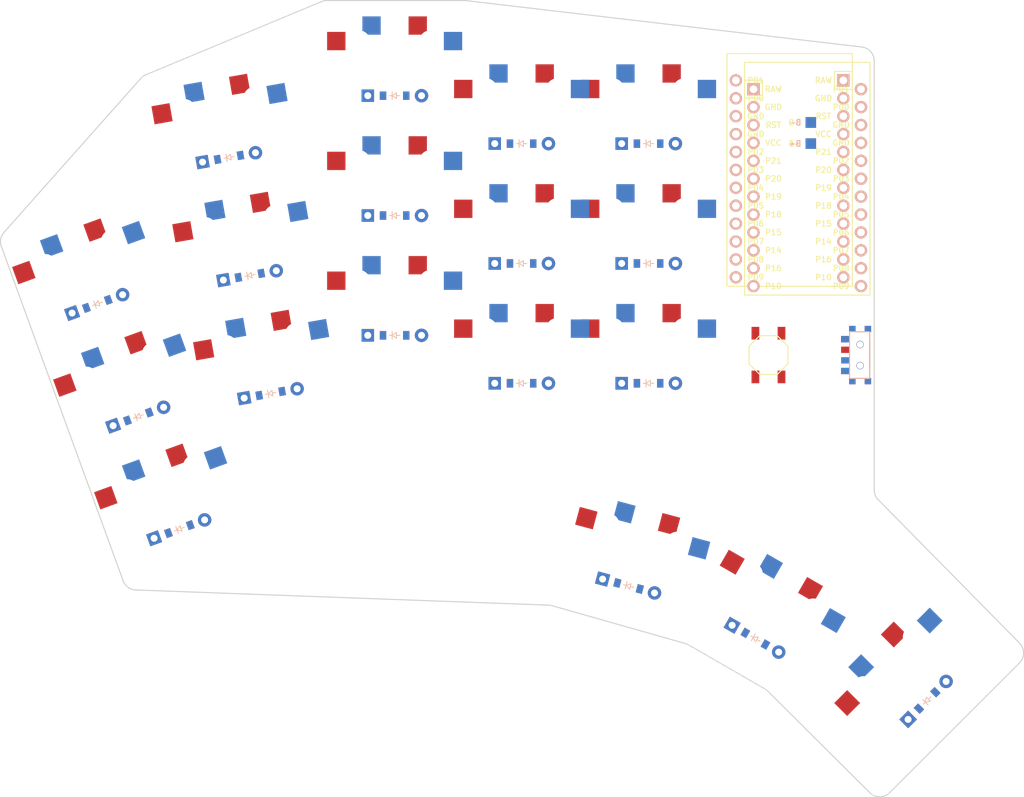
<source format=kicad_pcb>

            
(kicad_pcb (version 20171130) (host pcbnew 5.1.6)

  (page A3)
  (title_block
    (title rosebear)
    (rev v1.0.0)
    (company Unknown)
  )

  (general
    (thickness 1.6)
  )

  (layers
    (0 F.Cu signal)
    (31 B.Cu signal)
    (32 B.Adhes user)
    (33 F.Adhes user)
    (34 B.Paste user)
    (35 F.Paste user)
    (36 B.SilkS user)
    (37 F.SilkS user)
    (38 B.Mask user)
    (39 F.Mask user)
    (40 Dwgs.User user)
    (41 Cmts.User user)
    (42 Eco1.User user)
    (43 Eco2.User user)
    (44 Edge.Cuts user)
    (45 Margin user)
    (46 B.CrtYd user)
    (47 F.CrtYd user)
    (48 B.Fab user)
    (49 F.Fab user)
  )

  (setup
    (last_trace_width 0.25)
    (trace_clearance 0.2)
    (zone_clearance 0.508)
    (zone_45_only no)
    (trace_min 0.2)
    (via_size 0.8)
    (via_drill 0.4)
    (via_min_size 0.4)
    (via_min_drill 0.3)
    (uvia_size 0.3)
    (uvia_drill 0.1)
    (uvias_allowed no)
    (uvia_min_size 0.2)
    (uvia_min_drill 0.1)
    (edge_width 0.05)
    (segment_width 0.2)
    (pcb_text_width 0.3)
    (pcb_text_size 1.5 1.5)
    (mod_edge_width 0.12)
    (mod_text_size 1 1)
    (mod_text_width 0.15)
    (pad_size 1.524 1.524)
    (pad_drill 0.762)
    (pad_to_mask_clearance 0.05)
    (aux_axis_origin 0 0)
    (visible_elements FFFFFF7F)
    (pcbplotparams
      (layerselection 0x010fc_ffffffff)
      (usegerberextensions false)
      (usegerberattributes true)
      (usegerberadvancedattributes true)
      (creategerberjobfile true)
      (excludeedgelayer true)
      (linewidth 0.100000)
      (plotframeref false)
      (viasonmask false)
      (mode 1)
      (useauxorigin false)
      (hpglpennumber 1)
      (hpglpenspeed 20)
      (hpglpendiameter 15.000000)
      (psnegative false)
      (psa4output false)
      (plotreference true)
      (plotvalue true)
      (plotinvisibletext false)
      (padsonsilk false)
      (subtractmaskfromsilk false)
      (outputformat 1)
      (mirror false)
      (drillshape 1)
      (scaleselection 1)
      (outputdirectory ""))
  )

            (net 0 "")
(net 1 "P20")
(net 2 "pinky_bottom")
(net 3 "pinky_home")
(net 4 "pinky_top")
(net 5 "P19")
(net 6 "ring_bottom")
(net 7 "ring_home")
(net 8 "ring_top")
(net 9 "P18")
(net 10 "middle_bottom")
(net 11 "middle_home")
(net 12 "middle_top")
(net 13 "P15")
(net 14 "index_bottom")
(net 15 "index_home")
(net 16 "index_top")
(net 17 "P14")
(net 18 "inner_bottom")
(net 19 "inner_home")
(net 20 "inner_top")
(net 21 "near_thumb")
(net 22 "home_thumb")
(net 23 "far_thumb")
(net 24 "P6")
(net 25 "P5")
(net 26 "P4")
(net 27 "P7")
(net 28 "RAW")
(net 29 "GND")
(net 30 "RST")
(net 31 "VCC")
(net 32 "P21")
(net 33 "P16")
(net 34 "P10")
(net 35 "P1")
(net 36 "P0")
(net 37 "P2")
(net 38 "P3")
(net 39 "P8")
(net 40 "P9")
(net 41 "Bplus")
            
  (net_class Default "This is the default net class."
    (clearance 0.2)
    (trace_width 0.25)
    (via_dia 0.8)
    (via_drill 0.4)
    (uvia_dia 0.3)
    (uvia_drill 0.1)
    (add_net "")
(add_net "P20")
(add_net "pinky_bottom")
(add_net "pinky_home")
(add_net "pinky_top")
(add_net "P19")
(add_net "ring_bottom")
(add_net "ring_home")
(add_net "ring_top")
(add_net "P18")
(add_net "middle_bottom")
(add_net "middle_home")
(add_net "middle_top")
(add_net "P15")
(add_net "index_bottom")
(add_net "index_home")
(add_net "index_top")
(add_net "P14")
(add_net "inner_bottom")
(add_net "inner_home")
(add_net "inner_top")
(add_net "near_thumb")
(add_net "home_thumb")
(add_net "far_thumb")
(add_net "P6")
(add_net "P5")
(add_net "P4")
(add_net "P7")
(add_net "RAW")
(add_net "GND")
(add_net "RST")
(add_net "VCC")
(add_net "P21")
(add_net "P16")
(add_net "P10")
(add_net "P1")
(add_net "P0")
(add_net "P2")
(add_net "P3")
(add_net "P8")
(add_net "P9")
(add_net "Bplus")
  )

            
        
      (module PG1350 (layer F.Cu) (tedit 5DD50112)
      (at 50 100 20)

      
      (fp_text reference "S1" (at 0 0) (layer F.SilkS) hide (effects (font (size 1.27 1.27) (thickness 0.15))))
      (fp_text value "" (at 0 0) (layer F.SilkS) hide (effects (font (size 1.27 1.27) (thickness 0.15))))

      
      (fp_line (start -7 -6) (end -7 -7) (layer Dwgs.User) (width 0.15))
      (fp_line (start -7 7) (end -6 7) (layer Dwgs.User) (width 0.15))
      (fp_line (start -6 -7) (end -7 -7) (layer Dwgs.User) (width 0.15))
      (fp_line (start -7 7) (end -7 6) (layer Dwgs.User) (width 0.15))
      (fp_line (start 7 6) (end 7 7) (layer Dwgs.User) (width 0.15))
      (fp_line (start 7 -7) (end 6 -7) (layer Dwgs.User) (width 0.15))
      (fp_line (start 6 7) (end 7 7) (layer Dwgs.User) (width 0.15))
      (fp_line (start 7 -7) (end 7 -6) (layer Dwgs.User) (width 0.15))      
      
      
      (pad "" np_thru_hole circle (at 0 0) (size 3.429 3.429) (drill 3.429) (layers *.Cu *.Mask))
        
      
      (pad "" np_thru_hole circle (at 5.5 0) (size 1.7018 1.7018) (drill 1.7018) (layers *.Cu *.Mask))
      (pad "" np_thru_hole circle (at -5.5 0) (size 1.7018 1.7018) (drill 1.7018) (layers *.Cu *.Mask))
      
        
      
      (fp_line (start -9 -8.5) (end 9 -8.5) (layer Dwgs.User) (width 0.15))
      (fp_line (start 9 -8.5) (end 9 8.5) (layer Dwgs.User) (width 0.15))
      (fp_line (start 9 8.5) (end -9 8.5) (layer Dwgs.User) (width 0.15))
      (fp_line (start -9 8.5) (end -9 -8.5) (layer Dwgs.User) (width 0.15))
      
        
          
          (pad "" np_thru_hole circle (at 5 -3.75) (size 3 3) (drill 3) (layers *.Cu *.Mask))
          (pad "" np_thru_hole circle (at 0 -5.95) (size 3 3) (drill 3) (layers *.Cu *.Mask))
      
          
          (pad 1 smd rect (at -3.275 -5.95 20) (size 2.6 2.6) (layers B.Cu B.Paste B.Mask)  (net 1 "P20"))
          (pad 2 smd rect (at 8.275 -3.75 20) (size 2.6 2.6) (layers B.Cu B.Paste B.Mask)  (net 2 "pinky_bottom"))
        
        
          
          (pad "" np_thru_hole circle (at -5 -3.75) (size 3 3) (drill 3) (layers *.Cu *.Mask))
          (pad "" np_thru_hole circle (at 0 -5.95) (size 3 3) (drill 3) (layers *.Cu *.Mask))
      
          
          (pad 1 smd rect (at 3.275 -5.95 20) (size 2.6 2.6) (layers F.Cu F.Paste F.Mask)  (net 1 "P20"))
          (pad 2 smd rect (at -8.275 -3.75 20) (size 2.6 2.6) (layers F.Cu F.Paste F.Mask)  (net 2 "pinky_bottom"))
        )
        

        
      (module PG1350 (layer F.Cu) (tedit 5DD50112)
      (at 44.1856576 84.0252254 20)

      
      (fp_text reference "S2" (at 0 0) (layer F.SilkS) hide (effects (font (size 1.27 1.27) (thickness 0.15))))
      (fp_text value "" (at 0 0) (layer F.SilkS) hide (effects (font (size 1.27 1.27) (thickness 0.15))))

      
      (fp_line (start -7 -6) (end -7 -7) (layer Dwgs.User) (width 0.15))
      (fp_line (start -7 7) (end -6 7) (layer Dwgs.User) (width 0.15))
      (fp_line (start -6 -7) (end -7 -7) (layer Dwgs.User) (width 0.15))
      (fp_line (start -7 7) (end -7 6) (layer Dwgs.User) (width 0.15))
      (fp_line (start 7 6) (end 7 7) (layer Dwgs.User) (width 0.15))
      (fp_line (start 7 -7) (end 6 -7) (layer Dwgs.User) (width 0.15))
      (fp_line (start 6 7) (end 7 7) (layer Dwgs.User) (width 0.15))
      (fp_line (start 7 -7) (end 7 -6) (layer Dwgs.User) (width 0.15))      
      
      
      (pad "" np_thru_hole circle (at 0 0) (size 3.429 3.429) (drill 3.429) (layers *.Cu *.Mask))
        
      
      (pad "" np_thru_hole circle (at 5.5 0) (size 1.7018 1.7018) (drill 1.7018) (layers *.Cu *.Mask))
      (pad "" np_thru_hole circle (at -5.5 0) (size 1.7018 1.7018) (drill 1.7018) (layers *.Cu *.Mask))
      
        
      
      (fp_line (start -9 -8.5) (end 9 -8.5) (layer Dwgs.User) (width 0.15))
      (fp_line (start 9 -8.5) (end 9 8.5) (layer Dwgs.User) (width 0.15))
      (fp_line (start 9 8.5) (end -9 8.5) (layer Dwgs.User) (width 0.15))
      (fp_line (start -9 8.5) (end -9 -8.5) (layer Dwgs.User) (width 0.15))
      
        
          
          (pad "" np_thru_hole circle (at 5 -3.75) (size 3 3) (drill 3) (layers *.Cu *.Mask))
          (pad "" np_thru_hole circle (at 0 -5.95) (size 3 3) (drill 3) (layers *.Cu *.Mask))
      
          
          (pad 1 smd rect (at -3.275 -5.95 20) (size 2.6 2.6) (layers B.Cu B.Paste B.Mask)  (net 1 "P20"))
          (pad 2 smd rect (at 8.275 -3.75 20) (size 2.6 2.6) (layers B.Cu B.Paste B.Mask)  (net 3 "pinky_home"))
        
        
          
          (pad "" np_thru_hole circle (at -5 -3.75) (size 3 3) (drill 3) (layers *.Cu *.Mask))
          (pad "" np_thru_hole circle (at 0 -5.95) (size 3 3) (drill 3) (layers *.Cu *.Mask))
      
          
          (pad 1 smd rect (at 3.275 -5.95 20) (size 2.6 2.6) (layers F.Cu F.Paste F.Mask)  (net 1 "P20"))
          (pad 2 smd rect (at -8.275 -3.75 20) (size 2.6 2.6) (layers F.Cu F.Paste F.Mask)  (net 3 "pinky_home"))
        )
        

        
      (module PG1350 (layer F.Cu) (tedit 5DD50112)
      (at 38.3713152 68.0504508 20)

      
      (fp_text reference "S3" (at 0 0) (layer F.SilkS) hide (effects (font (size 1.27 1.27) (thickness 0.15))))
      (fp_text value "" (at 0 0) (layer F.SilkS) hide (effects (font (size 1.27 1.27) (thickness 0.15))))

      
      (fp_line (start -7 -6) (end -7 -7) (layer Dwgs.User) (width 0.15))
      (fp_line (start -7 7) (end -6 7) (layer Dwgs.User) (width 0.15))
      (fp_line (start -6 -7) (end -7 -7) (layer Dwgs.User) (width 0.15))
      (fp_line (start -7 7) (end -7 6) (layer Dwgs.User) (width 0.15))
      (fp_line (start 7 6) (end 7 7) (layer Dwgs.User) (width 0.15))
      (fp_line (start 7 -7) (end 6 -7) (layer Dwgs.User) (width 0.15))
      (fp_line (start 6 7) (end 7 7) (layer Dwgs.User) (width 0.15))
      (fp_line (start 7 -7) (end 7 -6) (layer Dwgs.User) (width 0.15))      
      
      
      (pad "" np_thru_hole circle (at 0 0) (size 3.429 3.429) (drill 3.429) (layers *.Cu *.Mask))
        
      
      (pad "" np_thru_hole circle (at 5.5 0) (size 1.7018 1.7018) (drill 1.7018) (layers *.Cu *.Mask))
      (pad "" np_thru_hole circle (at -5.5 0) (size 1.7018 1.7018) (drill 1.7018) (layers *.Cu *.Mask))
      
        
      
      (fp_line (start -9 -8.5) (end 9 -8.5) (layer Dwgs.User) (width 0.15))
      (fp_line (start 9 -8.5) (end 9 8.5) (layer Dwgs.User) (width 0.15))
      (fp_line (start 9 8.5) (end -9 8.5) (layer Dwgs.User) (width 0.15))
      (fp_line (start -9 8.5) (end -9 -8.5) (layer Dwgs.User) (width 0.15))
      
        
          
          (pad "" np_thru_hole circle (at 5 -3.75) (size 3 3) (drill 3) (layers *.Cu *.Mask))
          (pad "" np_thru_hole circle (at 0 -5.95) (size 3 3) (drill 3) (layers *.Cu *.Mask))
      
          
          (pad 1 smd rect (at -3.275 -5.95 20) (size 2.6 2.6) (layers B.Cu B.Paste B.Mask)  (net 1 "P20"))
          (pad 2 smd rect (at 8.275 -3.75 20) (size 2.6 2.6) (layers B.Cu B.Paste B.Mask)  (net 4 "pinky_top"))
        
        
          
          (pad "" np_thru_hole circle (at -5 -3.75) (size 3 3) (drill 3) (layers *.Cu *.Mask))
          (pad "" np_thru_hole circle (at 0 -5.95) (size 3 3) (drill 3) (layers *.Cu *.Mask))
      
          
          (pad 1 smd rect (at 3.275 -5.95 20) (size 2.6 2.6) (layers F.Cu F.Paste F.Mask)  (net 1 "P20"))
          (pad 2 smd rect (at -8.275 -3.75 20) (size 2.6 2.6) (layers F.Cu F.Paste F.Mask)  (net 4 "pinky_top"))
        )
        

        
      (module PG1350 (layer F.Cu) (tedit 5DD50112)
      (at 63.6161506 80.5713088 10)

      
      (fp_text reference "S4" (at 0 0) (layer F.SilkS) hide (effects (font (size 1.27 1.27) (thickness 0.15))))
      (fp_text value "" (at 0 0) (layer F.SilkS) hide (effects (font (size 1.27 1.27) (thickness 0.15))))

      
      (fp_line (start -7 -6) (end -7 -7) (layer Dwgs.User) (width 0.15))
      (fp_line (start -7 7) (end -6 7) (layer Dwgs.User) (width 0.15))
      (fp_line (start -6 -7) (end -7 -7) (layer Dwgs.User) (width 0.15))
      (fp_line (start -7 7) (end -7 6) (layer Dwgs.User) (width 0.15))
      (fp_line (start 7 6) (end 7 7) (layer Dwgs.User) (width 0.15))
      (fp_line (start 7 -7) (end 6 -7) (layer Dwgs.User) (width 0.15))
      (fp_line (start 6 7) (end 7 7) (layer Dwgs.User) (width 0.15))
      (fp_line (start 7 -7) (end 7 -6) (layer Dwgs.User) (width 0.15))      
      
      
      (pad "" np_thru_hole circle (at 0 0) (size 3.429 3.429) (drill 3.429) (layers *.Cu *.Mask))
        
      
      (pad "" np_thru_hole circle (at 5.5 0) (size 1.7018 1.7018) (drill 1.7018) (layers *.Cu *.Mask))
      (pad "" np_thru_hole circle (at -5.5 0) (size 1.7018 1.7018) (drill 1.7018) (layers *.Cu *.Mask))
      
        
      
      (fp_line (start -9 -8.5) (end 9 -8.5) (layer Dwgs.User) (width 0.15))
      (fp_line (start 9 -8.5) (end 9 8.5) (layer Dwgs.User) (width 0.15))
      (fp_line (start 9 8.5) (end -9 8.5) (layer Dwgs.User) (width 0.15))
      (fp_line (start -9 8.5) (end -9 -8.5) (layer Dwgs.User) (width 0.15))
      
        
          
          (pad "" np_thru_hole circle (at 5 -3.75) (size 3 3) (drill 3) (layers *.Cu *.Mask))
          (pad "" np_thru_hole circle (at 0 -5.95) (size 3 3) (drill 3) (layers *.Cu *.Mask))
      
          
          (pad 1 smd rect (at -3.275 -5.95 10) (size 2.6 2.6) (layers B.Cu B.Paste B.Mask)  (net 5 "P19"))
          (pad 2 smd rect (at 8.275 -3.75 10) (size 2.6 2.6) (layers B.Cu B.Paste B.Mask)  (net 6 "ring_bottom"))
        
        
          
          (pad "" np_thru_hole circle (at -5 -3.75) (size 3 3) (drill 3) (layers *.Cu *.Mask))
          (pad "" np_thru_hole circle (at 0 -5.95) (size 3 3) (drill 3) (layers *.Cu *.Mask))
      
          
          (pad 1 smd rect (at 3.275 -5.95 10) (size 2.6 2.6) (layers F.Cu F.Paste F.Mask)  (net 5 "P19"))
          (pad 2 smd rect (at -8.275 -3.75 10) (size 2.6 2.6) (layers F.Cu F.Paste F.Mask)  (net 6 "ring_bottom"))
        )
        

        
      (module PG1350 (layer F.Cu) (tedit 5DD50112)
      (at 60.6641316 63.829577 10)

      
      (fp_text reference "S5" (at 0 0) (layer F.SilkS) hide (effects (font (size 1.27 1.27) (thickness 0.15))))
      (fp_text value "" (at 0 0) (layer F.SilkS) hide (effects (font (size 1.27 1.27) (thickness 0.15))))

      
      (fp_line (start -7 -6) (end -7 -7) (layer Dwgs.User) (width 0.15))
      (fp_line (start -7 7) (end -6 7) (layer Dwgs.User) (width 0.15))
      (fp_line (start -6 -7) (end -7 -7) (layer Dwgs.User) (width 0.15))
      (fp_line (start -7 7) (end -7 6) (layer Dwgs.User) (width 0.15))
      (fp_line (start 7 6) (end 7 7) (layer Dwgs.User) (width 0.15))
      (fp_line (start 7 -7) (end 6 -7) (layer Dwgs.User) (width 0.15))
      (fp_line (start 6 7) (end 7 7) (layer Dwgs.User) (width 0.15))
      (fp_line (start 7 -7) (end 7 -6) (layer Dwgs.User) (width 0.15))      
      
      
      (pad "" np_thru_hole circle (at 0 0) (size 3.429 3.429) (drill 3.429) (layers *.Cu *.Mask))
        
      
      (pad "" np_thru_hole circle (at 5.5 0) (size 1.7018 1.7018) (drill 1.7018) (layers *.Cu *.Mask))
      (pad "" np_thru_hole circle (at -5.5 0) (size 1.7018 1.7018) (drill 1.7018) (layers *.Cu *.Mask))
      
        
      
      (fp_line (start -9 -8.5) (end 9 -8.5) (layer Dwgs.User) (width 0.15))
      (fp_line (start 9 -8.5) (end 9 8.5) (layer Dwgs.User) (width 0.15))
      (fp_line (start 9 8.5) (end -9 8.5) (layer Dwgs.User) (width 0.15))
      (fp_line (start -9 8.5) (end -9 -8.5) (layer Dwgs.User) (width 0.15))
      
        
          
          (pad "" np_thru_hole circle (at 5 -3.75) (size 3 3) (drill 3) (layers *.Cu *.Mask))
          (pad "" np_thru_hole circle (at 0 -5.95) (size 3 3) (drill 3) (layers *.Cu *.Mask))
      
          
          (pad 1 smd rect (at -3.275 -5.95 10) (size 2.6 2.6) (layers B.Cu B.Paste B.Mask)  (net 5 "P19"))
          (pad 2 smd rect (at 8.275 -3.75 10) (size 2.6 2.6) (layers B.Cu B.Paste B.Mask)  (net 7 "ring_home"))
        
        
          
          (pad "" np_thru_hole circle (at -5 -3.75) (size 3 3) (drill 3) (layers *.Cu *.Mask))
          (pad "" np_thru_hole circle (at 0 -5.95) (size 3 3) (drill 3) (layers *.Cu *.Mask))
      
          
          (pad 1 smd rect (at 3.275 -5.95 10) (size 2.6 2.6) (layers F.Cu F.Paste F.Mask)  (net 5 "P19"))
          (pad 2 smd rect (at -8.275 -3.75 10) (size 2.6 2.6) (layers F.Cu F.Paste F.Mask)  (net 7 "ring_home"))
        )
        

        
      (module PG1350 (layer F.Cu) (tedit 5DD50112)
      (at 57.7121126 47.087845200000004 10)

      
      (fp_text reference "S6" (at 0 0) (layer F.SilkS) hide (effects (font (size 1.27 1.27) (thickness 0.15))))
      (fp_text value "" (at 0 0) (layer F.SilkS) hide (effects (font (size 1.27 1.27) (thickness 0.15))))

      
      (fp_line (start -7 -6) (end -7 -7) (layer Dwgs.User) (width 0.15))
      (fp_line (start -7 7) (end -6 7) (layer Dwgs.User) (width 0.15))
      (fp_line (start -6 -7) (end -7 -7) (layer Dwgs.User) (width 0.15))
      (fp_line (start -7 7) (end -7 6) (layer Dwgs.User) (width 0.15))
      (fp_line (start 7 6) (end 7 7) (layer Dwgs.User) (width 0.15))
      (fp_line (start 7 -7) (end 6 -7) (layer Dwgs.User) (width 0.15))
      (fp_line (start 6 7) (end 7 7) (layer Dwgs.User) (width 0.15))
      (fp_line (start 7 -7) (end 7 -6) (layer Dwgs.User) (width 0.15))      
      
      
      (pad "" np_thru_hole circle (at 0 0) (size 3.429 3.429) (drill 3.429) (layers *.Cu *.Mask))
        
      
      (pad "" np_thru_hole circle (at 5.5 0) (size 1.7018 1.7018) (drill 1.7018) (layers *.Cu *.Mask))
      (pad "" np_thru_hole circle (at -5.5 0) (size 1.7018 1.7018) (drill 1.7018) (layers *.Cu *.Mask))
      
        
      
      (fp_line (start -9 -8.5) (end 9 -8.5) (layer Dwgs.User) (width 0.15))
      (fp_line (start 9 -8.5) (end 9 8.5) (layer Dwgs.User) (width 0.15))
      (fp_line (start 9 8.5) (end -9 8.5) (layer Dwgs.User) (width 0.15))
      (fp_line (start -9 8.5) (end -9 -8.5) (layer Dwgs.User) (width 0.15))
      
        
          
          (pad "" np_thru_hole circle (at 5 -3.75) (size 3 3) (drill 3) (layers *.Cu *.Mask))
          (pad "" np_thru_hole circle (at 0 -5.95) (size 3 3) (drill 3) (layers *.Cu *.Mask))
      
          
          (pad 1 smd rect (at -3.275 -5.95 10) (size 2.6 2.6) (layers B.Cu B.Paste B.Mask)  (net 5 "P19"))
          (pad 2 smd rect (at 8.275 -3.75 10) (size 2.6 2.6) (layers B.Cu B.Paste B.Mask)  (net 8 "ring_top"))
        
        
          
          (pad "" np_thru_hole circle (at -5 -3.75) (size 3 3) (drill 3) (layers *.Cu *.Mask))
          (pad "" np_thru_hole circle (at 0 -5.95) (size 3 3) (drill 3) (layers *.Cu *.Mask))
      
          
          (pad 1 smd rect (at 3.275 -5.95 10) (size 2.6 2.6) (layers F.Cu F.Paste F.Mask)  (net 5 "P19"))
          (pad 2 smd rect (at -8.275 -3.75 10) (size 2.6 2.6) (layers F.Cu F.Paste F.Mask)  (net 8 "ring_top"))
        )
        

        
      (module PG1350 (layer F.Cu) (tedit 5DD50112)
      (at 81.8925724 72.2715494 0)

      
      (fp_text reference "S7" (at 0 0) (layer F.SilkS) hide (effects (font (size 1.27 1.27) (thickness 0.15))))
      (fp_text value "" (at 0 0) (layer F.SilkS) hide (effects (font (size 1.27 1.27) (thickness 0.15))))

      
      (fp_line (start -7 -6) (end -7 -7) (layer Dwgs.User) (width 0.15))
      (fp_line (start -7 7) (end -6 7) (layer Dwgs.User) (width 0.15))
      (fp_line (start -6 -7) (end -7 -7) (layer Dwgs.User) (width 0.15))
      (fp_line (start -7 7) (end -7 6) (layer Dwgs.User) (width 0.15))
      (fp_line (start 7 6) (end 7 7) (layer Dwgs.User) (width 0.15))
      (fp_line (start 7 -7) (end 6 -7) (layer Dwgs.User) (width 0.15))
      (fp_line (start 6 7) (end 7 7) (layer Dwgs.User) (width 0.15))
      (fp_line (start 7 -7) (end 7 -6) (layer Dwgs.User) (width 0.15))      
      
      
      (pad "" np_thru_hole circle (at 0 0) (size 3.429 3.429) (drill 3.429) (layers *.Cu *.Mask))
        
      
      (pad "" np_thru_hole circle (at 5.5 0) (size 1.7018 1.7018) (drill 1.7018) (layers *.Cu *.Mask))
      (pad "" np_thru_hole circle (at -5.5 0) (size 1.7018 1.7018) (drill 1.7018) (layers *.Cu *.Mask))
      
        
      
      (fp_line (start -9 -8.5) (end 9 -8.5) (layer Dwgs.User) (width 0.15))
      (fp_line (start 9 -8.5) (end 9 8.5) (layer Dwgs.User) (width 0.15))
      (fp_line (start 9 8.5) (end -9 8.5) (layer Dwgs.User) (width 0.15))
      (fp_line (start -9 8.5) (end -9 -8.5) (layer Dwgs.User) (width 0.15))
      
        
          
          (pad "" np_thru_hole circle (at 5 -3.75) (size 3 3) (drill 3) (layers *.Cu *.Mask))
          (pad "" np_thru_hole circle (at 0 -5.95) (size 3 3) (drill 3) (layers *.Cu *.Mask))
      
          
          (pad 1 smd rect (at -3.275 -5.95 0) (size 2.6 2.6) (layers B.Cu B.Paste B.Mask)  (net 9 "P18"))
          (pad 2 smd rect (at 8.275 -3.75 0) (size 2.6 2.6) (layers B.Cu B.Paste B.Mask)  (net 10 "middle_bottom"))
        
        
          
          (pad "" np_thru_hole circle (at -5 -3.75) (size 3 3) (drill 3) (layers *.Cu *.Mask))
          (pad "" np_thru_hole circle (at 0 -5.95) (size 3 3) (drill 3) (layers *.Cu *.Mask))
      
          
          (pad 1 smd rect (at 3.275 -5.95 0) (size 2.6 2.6) (layers F.Cu F.Paste F.Mask)  (net 9 "P18"))
          (pad 2 smd rect (at -8.275 -3.75 0) (size 2.6 2.6) (layers F.Cu F.Paste F.Mask)  (net 10 "middle_bottom"))
        )
        

        
      (module PG1350 (layer F.Cu) (tedit 5DD50112)
      (at 81.8925724 55.2715494 0)

      
      (fp_text reference "S8" (at 0 0) (layer F.SilkS) hide (effects (font (size 1.27 1.27) (thickness 0.15))))
      (fp_text value "" (at 0 0) (layer F.SilkS) hide (effects (font (size 1.27 1.27) (thickness 0.15))))

      
      (fp_line (start -7 -6) (end -7 -7) (layer Dwgs.User) (width 0.15))
      (fp_line (start -7 7) (end -6 7) (layer Dwgs.User) (width 0.15))
      (fp_line (start -6 -7) (end -7 -7) (layer Dwgs.User) (width 0.15))
      (fp_line (start -7 7) (end -7 6) (layer Dwgs.User) (width 0.15))
      (fp_line (start 7 6) (end 7 7) (layer Dwgs.User) (width 0.15))
      (fp_line (start 7 -7) (end 6 -7) (layer Dwgs.User) (width 0.15))
      (fp_line (start 6 7) (end 7 7) (layer Dwgs.User) (width 0.15))
      (fp_line (start 7 -7) (end 7 -6) (layer Dwgs.User) (width 0.15))      
      
      
      (pad "" np_thru_hole circle (at 0 0) (size 3.429 3.429) (drill 3.429) (layers *.Cu *.Mask))
        
      
      (pad "" np_thru_hole circle (at 5.5 0) (size 1.7018 1.7018) (drill 1.7018) (layers *.Cu *.Mask))
      (pad "" np_thru_hole circle (at -5.5 0) (size 1.7018 1.7018) (drill 1.7018) (layers *.Cu *.Mask))
      
        
      
      (fp_line (start -9 -8.5) (end 9 -8.5) (layer Dwgs.User) (width 0.15))
      (fp_line (start 9 -8.5) (end 9 8.5) (layer Dwgs.User) (width 0.15))
      (fp_line (start 9 8.5) (end -9 8.5) (layer Dwgs.User) (width 0.15))
      (fp_line (start -9 8.5) (end -9 -8.5) (layer Dwgs.User) (width 0.15))
      
        
          
          (pad "" np_thru_hole circle (at 5 -3.75) (size 3 3) (drill 3) (layers *.Cu *.Mask))
          (pad "" np_thru_hole circle (at 0 -5.95) (size 3 3) (drill 3) (layers *.Cu *.Mask))
      
          
          (pad 1 smd rect (at -3.275 -5.95 0) (size 2.6 2.6) (layers B.Cu B.Paste B.Mask)  (net 9 "P18"))
          (pad 2 smd rect (at 8.275 -3.75 0) (size 2.6 2.6) (layers B.Cu B.Paste B.Mask)  (net 11 "middle_home"))
        
        
          
          (pad "" np_thru_hole circle (at -5 -3.75) (size 3 3) (drill 3) (layers *.Cu *.Mask))
          (pad "" np_thru_hole circle (at 0 -5.95) (size 3 3) (drill 3) (layers *.Cu *.Mask))
      
          
          (pad 1 smd rect (at 3.275 -5.95 0) (size 2.6 2.6) (layers F.Cu F.Paste F.Mask)  (net 9 "P18"))
          (pad 2 smd rect (at -8.275 -3.75 0) (size 2.6 2.6) (layers F.Cu F.Paste F.Mask)  (net 11 "middle_home"))
        )
        

        
      (module PG1350 (layer F.Cu) (tedit 5DD50112)
      (at 81.8925724 38.2715494 0)

      
      (fp_text reference "S9" (at 0 0) (layer F.SilkS) hide (effects (font (size 1.27 1.27) (thickness 0.15))))
      (fp_text value "" (at 0 0) (layer F.SilkS) hide (effects (font (size 1.27 1.27) (thickness 0.15))))

      
      (fp_line (start -7 -6) (end -7 -7) (layer Dwgs.User) (width 0.15))
      (fp_line (start -7 7) (end -6 7) (layer Dwgs.User) (width 0.15))
      (fp_line (start -6 -7) (end -7 -7) (layer Dwgs.User) (width 0.15))
      (fp_line (start -7 7) (end -7 6) (layer Dwgs.User) (width 0.15))
      (fp_line (start 7 6) (end 7 7) (layer Dwgs.User) (width 0.15))
      (fp_line (start 7 -7) (end 6 -7) (layer Dwgs.User) (width 0.15))
      (fp_line (start 6 7) (end 7 7) (layer Dwgs.User) (width 0.15))
      (fp_line (start 7 -7) (end 7 -6) (layer Dwgs.User) (width 0.15))      
      
      
      (pad "" np_thru_hole circle (at 0 0) (size 3.429 3.429) (drill 3.429) (layers *.Cu *.Mask))
        
      
      (pad "" np_thru_hole circle (at 5.5 0) (size 1.7018 1.7018) (drill 1.7018) (layers *.Cu *.Mask))
      (pad "" np_thru_hole circle (at -5.5 0) (size 1.7018 1.7018) (drill 1.7018) (layers *.Cu *.Mask))
      
        
      
      (fp_line (start -9 -8.5) (end 9 -8.5) (layer Dwgs.User) (width 0.15))
      (fp_line (start 9 -8.5) (end 9 8.5) (layer Dwgs.User) (width 0.15))
      (fp_line (start 9 8.5) (end -9 8.5) (layer Dwgs.User) (width 0.15))
      (fp_line (start -9 8.5) (end -9 -8.5) (layer Dwgs.User) (width 0.15))
      
        
          
          (pad "" np_thru_hole circle (at 5 -3.75) (size 3 3) (drill 3) (layers *.Cu *.Mask))
          (pad "" np_thru_hole circle (at 0 -5.95) (size 3 3) (drill 3) (layers *.Cu *.Mask))
      
          
          (pad 1 smd rect (at -3.275 -5.95 0) (size 2.6 2.6) (layers B.Cu B.Paste B.Mask)  (net 9 "P18"))
          (pad 2 smd rect (at 8.275 -3.75 0) (size 2.6 2.6) (layers B.Cu B.Paste B.Mask)  (net 12 "middle_top"))
        
        
          
          (pad "" np_thru_hole circle (at -5 -3.75) (size 3 3) (drill 3) (layers *.Cu *.Mask))
          (pad "" np_thru_hole circle (at 0 -5.95) (size 3 3) (drill 3) (layers *.Cu *.Mask))
      
          
          (pad 1 smd rect (at 3.275 -5.95 0) (size 2.6 2.6) (layers F.Cu F.Paste F.Mask)  (net 9 "P18"))
          (pad 2 smd rect (at -8.275 -3.75 0) (size 2.6 2.6) (layers F.Cu F.Paste F.Mask)  (net 12 "middle_top"))
        )
        

        
      (module PG1350 (layer F.Cu) (tedit 5DD50112)
      (at 99.8925724 79.0715494 0)

      
      (fp_text reference "S10" (at 0 0) (layer F.SilkS) hide (effects (font (size 1.27 1.27) (thickness 0.15))))
      (fp_text value "" (at 0 0) (layer F.SilkS) hide (effects (font (size 1.27 1.27) (thickness 0.15))))

      
      (fp_line (start -7 -6) (end -7 -7) (layer Dwgs.User) (width 0.15))
      (fp_line (start -7 7) (end -6 7) (layer Dwgs.User) (width 0.15))
      (fp_line (start -6 -7) (end -7 -7) (layer Dwgs.User) (width 0.15))
      (fp_line (start -7 7) (end -7 6) (layer Dwgs.User) (width 0.15))
      (fp_line (start 7 6) (end 7 7) (layer Dwgs.User) (width 0.15))
      (fp_line (start 7 -7) (end 6 -7) (layer Dwgs.User) (width 0.15))
      (fp_line (start 6 7) (end 7 7) (layer Dwgs.User) (width 0.15))
      (fp_line (start 7 -7) (end 7 -6) (layer Dwgs.User) (width 0.15))      
      
      
      (pad "" np_thru_hole circle (at 0 0) (size 3.429 3.429) (drill 3.429) (layers *.Cu *.Mask))
        
      
      (pad "" np_thru_hole circle (at 5.5 0) (size 1.7018 1.7018) (drill 1.7018) (layers *.Cu *.Mask))
      (pad "" np_thru_hole circle (at -5.5 0) (size 1.7018 1.7018) (drill 1.7018) (layers *.Cu *.Mask))
      
        
      
      (fp_line (start -9 -8.5) (end 9 -8.5) (layer Dwgs.User) (width 0.15))
      (fp_line (start 9 -8.5) (end 9 8.5) (layer Dwgs.User) (width 0.15))
      (fp_line (start 9 8.5) (end -9 8.5) (layer Dwgs.User) (width 0.15))
      (fp_line (start -9 8.5) (end -9 -8.5) (layer Dwgs.User) (width 0.15))
      
        
          
          (pad "" np_thru_hole circle (at 5 -3.75) (size 3 3) (drill 3) (layers *.Cu *.Mask))
          (pad "" np_thru_hole circle (at 0 -5.95) (size 3 3) (drill 3) (layers *.Cu *.Mask))
      
          
          (pad 1 smd rect (at -3.275 -5.95 0) (size 2.6 2.6) (layers B.Cu B.Paste B.Mask)  (net 13 "P15"))
          (pad 2 smd rect (at 8.275 -3.75 0) (size 2.6 2.6) (layers B.Cu B.Paste B.Mask)  (net 14 "index_bottom"))
        
        
          
          (pad "" np_thru_hole circle (at -5 -3.75) (size 3 3) (drill 3) (layers *.Cu *.Mask))
          (pad "" np_thru_hole circle (at 0 -5.95) (size 3 3) (drill 3) (layers *.Cu *.Mask))
      
          
          (pad 1 smd rect (at 3.275 -5.95 0) (size 2.6 2.6) (layers F.Cu F.Paste F.Mask)  (net 13 "P15"))
          (pad 2 smd rect (at -8.275 -3.75 0) (size 2.6 2.6) (layers F.Cu F.Paste F.Mask)  (net 14 "index_bottom"))
        )
        

        
      (module PG1350 (layer F.Cu) (tedit 5DD50112)
      (at 99.8925724 62.071549399999995 0)

      
      (fp_text reference "S11" (at 0 0) (layer F.SilkS) hide (effects (font (size 1.27 1.27) (thickness 0.15))))
      (fp_text value "" (at 0 0) (layer F.SilkS) hide (effects (font (size 1.27 1.27) (thickness 0.15))))

      
      (fp_line (start -7 -6) (end -7 -7) (layer Dwgs.User) (width 0.15))
      (fp_line (start -7 7) (end -6 7) (layer Dwgs.User) (width 0.15))
      (fp_line (start -6 -7) (end -7 -7) (layer Dwgs.User) (width 0.15))
      (fp_line (start -7 7) (end -7 6) (layer Dwgs.User) (width 0.15))
      (fp_line (start 7 6) (end 7 7) (layer Dwgs.User) (width 0.15))
      (fp_line (start 7 -7) (end 6 -7) (layer Dwgs.User) (width 0.15))
      (fp_line (start 6 7) (end 7 7) (layer Dwgs.User) (width 0.15))
      (fp_line (start 7 -7) (end 7 -6) (layer Dwgs.User) (width 0.15))      
      
      
      (pad "" np_thru_hole circle (at 0 0) (size 3.429 3.429) (drill 3.429) (layers *.Cu *.Mask))
        
      
      (pad "" np_thru_hole circle (at 5.5 0) (size 1.7018 1.7018) (drill 1.7018) (layers *.Cu *.Mask))
      (pad "" np_thru_hole circle (at -5.5 0) (size 1.7018 1.7018) (drill 1.7018) (layers *.Cu *.Mask))
      
        
      
      (fp_line (start -9 -8.5) (end 9 -8.5) (layer Dwgs.User) (width 0.15))
      (fp_line (start 9 -8.5) (end 9 8.5) (layer Dwgs.User) (width 0.15))
      (fp_line (start 9 8.5) (end -9 8.5) (layer Dwgs.User) (width 0.15))
      (fp_line (start -9 8.5) (end -9 -8.5) (layer Dwgs.User) (width 0.15))
      
        
          
          (pad "" np_thru_hole circle (at 5 -3.75) (size 3 3) (drill 3) (layers *.Cu *.Mask))
          (pad "" np_thru_hole circle (at 0 -5.95) (size 3 3) (drill 3) (layers *.Cu *.Mask))
      
          
          (pad 1 smd rect (at -3.275 -5.95 0) (size 2.6 2.6) (layers B.Cu B.Paste B.Mask)  (net 13 "P15"))
          (pad 2 smd rect (at 8.275 -3.75 0) (size 2.6 2.6) (layers B.Cu B.Paste B.Mask)  (net 15 "index_home"))
        
        
          
          (pad "" np_thru_hole circle (at -5 -3.75) (size 3 3) (drill 3) (layers *.Cu *.Mask))
          (pad "" np_thru_hole circle (at 0 -5.95) (size 3 3) (drill 3) (layers *.Cu *.Mask))
      
          
          (pad 1 smd rect (at 3.275 -5.95 0) (size 2.6 2.6) (layers F.Cu F.Paste F.Mask)  (net 13 "P15"))
          (pad 2 smd rect (at -8.275 -3.75 0) (size 2.6 2.6) (layers F.Cu F.Paste F.Mask)  (net 15 "index_home"))
        )
        

        
      (module PG1350 (layer F.Cu) (tedit 5DD50112)
      (at 99.8925724 45.071549399999995 0)

      
      (fp_text reference "S12" (at 0 0) (layer F.SilkS) hide (effects (font (size 1.27 1.27) (thickness 0.15))))
      (fp_text value "" (at 0 0) (layer F.SilkS) hide (effects (font (size 1.27 1.27) (thickness 0.15))))

      
      (fp_line (start -7 -6) (end -7 -7) (layer Dwgs.User) (width 0.15))
      (fp_line (start -7 7) (end -6 7) (layer Dwgs.User) (width 0.15))
      (fp_line (start -6 -7) (end -7 -7) (layer Dwgs.User) (width 0.15))
      (fp_line (start -7 7) (end -7 6) (layer Dwgs.User) (width 0.15))
      (fp_line (start 7 6) (end 7 7) (layer Dwgs.User) (width 0.15))
      (fp_line (start 7 -7) (end 6 -7) (layer Dwgs.User) (width 0.15))
      (fp_line (start 6 7) (end 7 7) (layer Dwgs.User) (width 0.15))
      (fp_line (start 7 -7) (end 7 -6) (layer Dwgs.User) (width 0.15))      
      
      
      (pad "" np_thru_hole circle (at 0 0) (size 3.429 3.429) (drill 3.429) (layers *.Cu *.Mask))
        
      
      (pad "" np_thru_hole circle (at 5.5 0) (size 1.7018 1.7018) (drill 1.7018) (layers *.Cu *.Mask))
      (pad "" np_thru_hole circle (at -5.5 0) (size 1.7018 1.7018) (drill 1.7018) (layers *.Cu *.Mask))
      
        
      
      (fp_line (start -9 -8.5) (end 9 -8.5) (layer Dwgs.User) (width 0.15))
      (fp_line (start 9 -8.5) (end 9 8.5) (layer Dwgs.User) (width 0.15))
      (fp_line (start 9 8.5) (end -9 8.5) (layer Dwgs.User) (width 0.15))
      (fp_line (start -9 8.5) (end -9 -8.5) (layer Dwgs.User) (width 0.15))
      
        
          
          (pad "" np_thru_hole circle (at 5 -3.75) (size 3 3) (drill 3) (layers *.Cu *.Mask))
          (pad "" np_thru_hole circle (at 0 -5.95) (size 3 3) (drill 3) (layers *.Cu *.Mask))
      
          
          (pad 1 smd rect (at -3.275 -5.95 0) (size 2.6 2.6) (layers B.Cu B.Paste B.Mask)  (net 13 "P15"))
          (pad 2 smd rect (at 8.275 -3.75 0) (size 2.6 2.6) (layers B.Cu B.Paste B.Mask)  (net 16 "index_top"))
        
        
          
          (pad "" np_thru_hole circle (at -5 -3.75) (size 3 3) (drill 3) (layers *.Cu *.Mask))
          (pad "" np_thru_hole circle (at 0 -5.95) (size 3 3) (drill 3) (layers *.Cu *.Mask))
      
          
          (pad 1 smd rect (at 3.275 -5.95 0) (size 2.6 2.6) (layers F.Cu F.Paste F.Mask)  (net 13 "P15"))
          (pad 2 smd rect (at -8.275 -3.75 0) (size 2.6 2.6) (layers F.Cu F.Paste F.Mask)  (net 16 "index_top"))
        )
        

        
      (module PG1350 (layer F.Cu) (tedit 5DD50112)
      (at 117.8925725 79.0715494 0)

      
      (fp_text reference "S13" (at 0 0) (layer F.SilkS) hide (effects (font (size 1.27 1.27) (thickness 0.15))))
      (fp_text value "" (at 0 0) (layer F.SilkS) hide (effects (font (size 1.27 1.27) (thickness 0.15))))

      
      (fp_line (start -7 -6) (end -7 -7) (layer Dwgs.User) (width 0.15))
      (fp_line (start -7 7) (end -6 7) (layer Dwgs.User) (width 0.15))
      (fp_line (start -6 -7) (end -7 -7) (layer Dwgs.User) (width 0.15))
      (fp_line (start -7 7) (end -7 6) (layer Dwgs.User) (width 0.15))
      (fp_line (start 7 6) (end 7 7) (layer Dwgs.User) (width 0.15))
      (fp_line (start 7 -7) (end 6 -7) (layer Dwgs.User) (width 0.15))
      (fp_line (start 6 7) (end 7 7) (layer Dwgs.User) (width 0.15))
      (fp_line (start 7 -7) (end 7 -6) (layer Dwgs.User) (width 0.15))      
      
      
      (pad "" np_thru_hole circle (at 0 0) (size 3.429 3.429) (drill 3.429) (layers *.Cu *.Mask))
        
      
      (pad "" np_thru_hole circle (at 5.5 0) (size 1.7018 1.7018) (drill 1.7018) (layers *.Cu *.Mask))
      (pad "" np_thru_hole circle (at -5.5 0) (size 1.7018 1.7018) (drill 1.7018) (layers *.Cu *.Mask))
      
        
      
      (fp_line (start -9 -8.5) (end 9 -8.5) (layer Dwgs.User) (width 0.15))
      (fp_line (start 9 -8.5) (end 9 8.5) (layer Dwgs.User) (width 0.15))
      (fp_line (start 9 8.5) (end -9 8.5) (layer Dwgs.User) (width 0.15))
      (fp_line (start -9 8.5) (end -9 -8.5) (layer Dwgs.User) (width 0.15))
      
        
          
          (pad "" np_thru_hole circle (at 5 -3.75) (size 3 3) (drill 3) (layers *.Cu *.Mask))
          (pad "" np_thru_hole circle (at 0 -5.95) (size 3 3) (drill 3) (layers *.Cu *.Mask))
      
          
          (pad 1 smd rect (at -3.275 -5.95 0) (size 2.6 2.6) (layers B.Cu B.Paste B.Mask)  (net 17 "P14"))
          (pad 2 smd rect (at 8.275 -3.75 0) (size 2.6 2.6) (layers B.Cu B.Paste B.Mask)  (net 18 "inner_bottom"))
        
        
          
          (pad "" np_thru_hole circle (at -5 -3.75) (size 3 3) (drill 3) (layers *.Cu *.Mask))
          (pad "" np_thru_hole circle (at 0 -5.95) (size 3 3) (drill 3) (layers *.Cu *.Mask))
      
          
          (pad 1 smd rect (at 3.275 -5.95 0) (size 2.6 2.6) (layers F.Cu F.Paste F.Mask)  (net 17 "P14"))
          (pad 2 smd rect (at -8.275 -3.75 0) (size 2.6 2.6) (layers F.Cu F.Paste F.Mask)  (net 18 "inner_bottom"))
        )
        

        
      (module PG1350 (layer F.Cu) (tedit 5DD50112)
      (at 117.8925725 62.071549399999995 0)

      
      (fp_text reference "S14" (at 0 0) (layer F.SilkS) hide (effects (font (size 1.27 1.27) (thickness 0.15))))
      (fp_text value "" (at 0 0) (layer F.SilkS) hide (effects (font (size 1.27 1.27) (thickness 0.15))))

      
      (fp_line (start -7 -6) (end -7 -7) (layer Dwgs.User) (width 0.15))
      (fp_line (start -7 7) (end -6 7) (layer Dwgs.User) (width 0.15))
      (fp_line (start -6 -7) (end -7 -7) (layer Dwgs.User) (width 0.15))
      (fp_line (start -7 7) (end -7 6) (layer Dwgs.User) (width 0.15))
      (fp_line (start 7 6) (end 7 7) (layer Dwgs.User) (width 0.15))
      (fp_line (start 7 -7) (end 6 -7) (layer Dwgs.User) (width 0.15))
      (fp_line (start 6 7) (end 7 7) (layer Dwgs.User) (width 0.15))
      (fp_line (start 7 -7) (end 7 -6) (layer Dwgs.User) (width 0.15))      
      
      
      (pad "" np_thru_hole circle (at 0 0) (size 3.429 3.429) (drill 3.429) (layers *.Cu *.Mask))
        
      
      (pad "" np_thru_hole circle (at 5.5 0) (size 1.7018 1.7018) (drill 1.7018) (layers *.Cu *.Mask))
      (pad "" np_thru_hole circle (at -5.5 0) (size 1.7018 1.7018) (drill 1.7018) (layers *.Cu *.Mask))
      
        
      
      (fp_line (start -9 -8.5) (end 9 -8.5) (layer Dwgs.User) (width 0.15))
      (fp_line (start 9 -8.5) (end 9 8.5) (layer Dwgs.User) (width 0.15))
      (fp_line (start 9 8.5) (end -9 8.5) (layer Dwgs.User) (width 0.15))
      (fp_line (start -9 8.5) (end -9 -8.5) (layer Dwgs.User) (width 0.15))
      
        
          
          (pad "" np_thru_hole circle (at 5 -3.75) (size 3 3) (drill 3) (layers *.Cu *.Mask))
          (pad "" np_thru_hole circle (at 0 -5.95) (size 3 3) (drill 3) (layers *.Cu *.Mask))
      
          
          (pad 1 smd rect (at -3.275 -5.95 0) (size 2.6 2.6) (layers B.Cu B.Paste B.Mask)  (net 17 "P14"))
          (pad 2 smd rect (at 8.275 -3.75 0) (size 2.6 2.6) (layers B.Cu B.Paste B.Mask)  (net 19 "inner_home"))
        
        
          
          (pad "" np_thru_hole circle (at -5 -3.75) (size 3 3) (drill 3) (layers *.Cu *.Mask))
          (pad "" np_thru_hole circle (at 0 -5.95) (size 3 3) (drill 3) (layers *.Cu *.Mask))
      
          
          (pad 1 smd rect (at 3.275 -5.95 0) (size 2.6 2.6) (layers F.Cu F.Paste F.Mask)  (net 17 "P14"))
          (pad 2 smd rect (at -8.275 -3.75 0) (size 2.6 2.6) (layers F.Cu F.Paste F.Mask)  (net 19 "inner_home"))
        )
        

        
      (module PG1350 (layer F.Cu) (tedit 5DD50112)
      (at 117.8925725 45.071549399999995 0)

      
      (fp_text reference "S15" (at 0 0) (layer F.SilkS) hide (effects (font (size 1.27 1.27) (thickness 0.15))))
      (fp_text value "" (at 0 0) (layer F.SilkS) hide (effects (font (size 1.27 1.27) (thickness 0.15))))

      
      (fp_line (start -7 -6) (end -7 -7) (layer Dwgs.User) (width 0.15))
      (fp_line (start -7 7) (end -6 7) (layer Dwgs.User) (width 0.15))
      (fp_line (start -6 -7) (end -7 -7) (layer Dwgs.User) (width 0.15))
      (fp_line (start -7 7) (end -7 6) (layer Dwgs.User) (width 0.15))
      (fp_line (start 7 6) (end 7 7) (layer Dwgs.User) (width 0.15))
      (fp_line (start 7 -7) (end 6 -7) (layer Dwgs.User) (width 0.15))
      (fp_line (start 6 7) (end 7 7) (layer Dwgs.User) (width 0.15))
      (fp_line (start 7 -7) (end 7 -6) (layer Dwgs.User) (width 0.15))      
      
      
      (pad "" np_thru_hole circle (at 0 0) (size 3.429 3.429) (drill 3.429) (layers *.Cu *.Mask))
        
      
      (pad "" np_thru_hole circle (at 5.5 0) (size 1.7018 1.7018) (drill 1.7018) (layers *.Cu *.Mask))
      (pad "" np_thru_hole circle (at -5.5 0) (size 1.7018 1.7018) (drill 1.7018) (layers *.Cu *.Mask))
      
        
      
      (fp_line (start -9 -8.5) (end 9 -8.5) (layer Dwgs.User) (width 0.15))
      (fp_line (start 9 -8.5) (end 9 8.5) (layer Dwgs.User) (width 0.15))
      (fp_line (start 9 8.5) (end -9 8.5) (layer Dwgs.User) (width 0.15))
      (fp_line (start -9 8.5) (end -9 -8.5) (layer Dwgs.User) (width 0.15))
      
        
          
          (pad "" np_thru_hole circle (at 5 -3.75) (size 3 3) (drill 3) (layers *.Cu *.Mask))
          (pad "" np_thru_hole circle (at 0 -5.95) (size 3 3) (drill 3) (layers *.Cu *.Mask))
      
          
          (pad 1 smd rect (at -3.275 -5.95 0) (size 2.6 2.6) (layers B.Cu B.Paste B.Mask)  (net 17 "P14"))
          (pad 2 smd rect (at 8.275 -3.75 0) (size 2.6 2.6) (layers B.Cu B.Paste B.Mask)  (net 20 "inner_top"))
        
        
          
          (pad "" np_thru_hole circle (at -5 -3.75) (size 3 3) (drill 3) (layers *.Cu *.Mask))
          (pad "" np_thru_hole circle (at 0 -5.95) (size 3 3) (drill 3) (layers *.Cu *.Mask))
      
          
          (pad 1 smd rect (at 3.275 -5.95 0) (size 2.6 2.6) (layers F.Cu F.Paste F.Mask)  (net 17 "P14"))
          (pad 2 smd rect (at -8.275 -3.75 0) (size 2.6 2.6) (layers F.Cu F.Paste F.Mask)  (net 20 "inner_top"))
        )
        

        
      (module PG1350 (layer F.Cu) (tedit 5DD50112)
      (at 116.0925725 107.97154939999999 -15)

      
      (fp_text reference "S16" (at 0 0) (layer F.SilkS) hide (effects (font (size 1.27 1.27) (thickness 0.15))))
      (fp_text value "" (at 0 0) (layer F.SilkS) hide (effects (font (size 1.27 1.27) (thickness 0.15))))

      
      (fp_line (start -7 -6) (end -7 -7) (layer Dwgs.User) (width 0.15))
      (fp_line (start -7 7) (end -6 7) (layer Dwgs.User) (width 0.15))
      (fp_line (start -6 -7) (end -7 -7) (layer Dwgs.User) (width 0.15))
      (fp_line (start -7 7) (end -7 6) (layer Dwgs.User) (width 0.15))
      (fp_line (start 7 6) (end 7 7) (layer Dwgs.User) (width 0.15))
      (fp_line (start 7 -7) (end 6 -7) (layer Dwgs.User) (width 0.15))
      (fp_line (start 6 7) (end 7 7) (layer Dwgs.User) (width 0.15))
      (fp_line (start 7 -7) (end 7 -6) (layer Dwgs.User) (width 0.15))      
      
      
      (pad "" np_thru_hole circle (at 0 0) (size 3.429 3.429) (drill 3.429) (layers *.Cu *.Mask))
        
      
      (pad "" np_thru_hole circle (at 5.5 0) (size 1.7018 1.7018) (drill 1.7018) (layers *.Cu *.Mask))
      (pad "" np_thru_hole circle (at -5.5 0) (size 1.7018 1.7018) (drill 1.7018) (layers *.Cu *.Mask))
      
        
      
      (fp_line (start -9 -8.5) (end 9 -8.5) (layer Dwgs.User) (width 0.15))
      (fp_line (start 9 -8.5) (end 9 8.5) (layer Dwgs.User) (width 0.15))
      (fp_line (start 9 8.5) (end -9 8.5) (layer Dwgs.User) (width 0.15))
      (fp_line (start -9 8.5) (end -9 -8.5) (layer Dwgs.User) (width 0.15))
      
        
          
          (pad "" np_thru_hole circle (at 5 -3.75) (size 3 3) (drill 3) (layers *.Cu *.Mask))
          (pad "" np_thru_hole circle (at 0 -5.95) (size 3 3) (drill 3) (layers *.Cu *.Mask))
      
          
          (pad 1 smd rect (at -3.275 -5.95 -15) (size 2.6 2.6) (layers B.Cu B.Paste B.Mask)  (net 9 "P18"))
          (pad 2 smd rect (at 8.275 -3.75 -15) (size 2.6 2.6) (layers B.Cu B.Paste B.Mask)  (net 21 "near_thumb"))
        
        
          
          (pad "" np_thru_hole circle (at -5 -3.75) (size 3 3) (drill 3) (layers *.Cu *.Mask))
          (pad "" np_thru_hole circle (at 0 -5.95) (size 3 3) (drill 3) (layers *.Cu *.Mask))
      
          
          (pad 1 smd rect (at 3.275 -5.95 -15) (size 2.6 2.6) (layers F.Cu F.Paste F.Mask)  (net 9 "P18"))
          (pad 2 smd rect (at -8.275 -3.75 -15) (size 2.6 2.6) (layers F.Cu F.Paste F.Mask)  (net 21 "near_thumb"))
        )
        

        
      (module PG1350 (layer F.Cu) (tedit 5DD50112)
      (at 135.0406924 115.84392849999999 -30)

      
      (fp_text reference "S17" (at 0 0) (layer F.SilkS) hide (effects (font (size 1.27 1.27) (thickness 0.15))))
      (fp_text value "" (at 0 0) (layer F.SilkS) hide (effects (font (size 1.27 1.27) (thickness 0.15))))

      
      (fp_line (start -7 -6) (end -7 -7) (layer Dwgs.User) (width 0.15))
      (fp_line (start -7 7) (end -6 7) (layer Dwgs.User) (width 0.15))
      (fp_line (start -6 -7) (end -7 -7) (layer Dwgs.User) (width 0.15))
      (fp_line (start -7 7) (end -7 6) (layer Dwgs.User) (width 0.15))
      (fp_line (start 7 6) (end 7 7) (layer Dwgs.User) (width 0.15))
      (fp_line (start 7 -7) (end 6 -7) (layer Dwgs.User) (width 0.15))
      (fp_line (start 6 7) (end 7 7) (layer Dwgs.User) (width 0.15))
      (fp_line (start 7 -7) (end 7 -6) (layer Dwgs.User) (width 0.15))      
      
      
      (pad "" np_thru_hole circle (at 0 0) (size 3.429 3.429) (drill 3.429) (layers *.Cu *.Mask))
        
      
      (pad "" np_thru_hole circle (at 5.5 0) (size 1.7018 1.7018) (drill 1.7018) (layers *.Cu *.Mask))
      (pad "" np_thru_hole circle (at -5.5 0) (size 1.7018 1.7018) (drill 1.7018) (layers *.Cu *.Mask))
      
        
      
      (fp_line (start -9 -8.5) (end 9 -8.5) (layer Dwgs.User) (width 0.15))
      (fp_line (start 9 -8.5) (end 9 8.5) (layer Dwgs.User) (width 0.15))
      (fp_line (start 9 8.5) (end -9 8.5) (layer Dwgs.User) (width 0.15))
      (fp_line (start -9 8.5) (end -9 -8.5) (layer Dwgs.User) (width 0.15))
      
        
          
          (pad "" np_thru_hole circle (at 5 -3.75) (size 3 3) (drill 3) (layers *.Cu *.Mask))
          (pad "" np_thru_hole circle (at 0 -5.95) (size 3 3) (drill 3) (layers *.Cu *.Mask))
      
          
          (pad 1 smd rect (at -3.275 -5.95 -30) (size 2.6 2.6) (layers B.Cu B.Paste B.Mask)  (net 13 "P15"))
          (pad 2 smd rect (at 8.275 -3.75 -30) (size 2.6 2.6) (layers B.Cu B.Paste B.Mask)  (net 22 "home_thumb"))
        
        
          
          (pad "" np_thru_hole circle (at -5 -3.75) (size 3 3) (drill 3) (layers *.Cu *.Mask))
          (pad "" np_thru_hole circle (at 0 -5.95) (size 3 3) (drill 3) (layers *.Cu *.Mask))
      
          
          (pad 1 smd rect (at 3.275 -5.95 -30) (size 2.6 2.6) (layers F.Cu F.Paste F.Mask)  (net 13 "P15"))
          (pad 2 smd rect (at -8.275 -3.75 -30) (size 2.6 2.6) (layers F.Cu F.Paste F.Mask)  (net 22 "home_thumb"))
        )
        

        
      (module PG1350 (layer F.Cu) (tedit 5DD50112)
      (at 154.5568411 125.2409673 45)

      
      (fp_text reference "S18" (at 0 0) (layer F.SilkS) hide (effects (font (size 1.27 1.27) (thickness 0.15))))
      (fp_text value "" (at 0 0) (layer F.SilkS) hide (effects (font (size 1.27 1.27) (thickness 0.15))))

      
      (fp_line (start -7 -6) (end -7 -7) (layer Dwgs.User) (width 0.15))
      (fp_line (start -7 7) (end -6 7) (layer Dwgs.User) (width 0.15))
      (fp_line (start -6 -7) (end -7 -7) (layer Dwgs.User) (width 0.15))
      (fp_line (start -7 7) (end -7 6) (layer Dwgs.User) (width 0.15))
      (fp_line (start 7 6) (end 7 7) (layer Dwgs.User) (width 0.15))
      (fp_line (start 7 -7) (end 6 -7) (layer Dwgs.User) (width 0.15))
      (fp_line (start 6 7) (end 7 7) (layer Dwgs.User) (width 0.15))
      (fp_line (start 7 -7) (end 7 -6) (layer Dwgs.User) (width 0.15))      
      
      
      (pad "" np_thru_hole circle (at 0 0) (size 3.429 3.429) (drill 3.429) (layers *.Cu *.Mask))
        
      
      (pad "" np_thru_hole circle (at 5.5 0) (size 1.7018 1.7018) (drill 1.7018) (layers *.Cu *.Mask))
      (pad "" np_thru_hole circle (at -5.5 0) (size 1.7018 1.7018) (drill 1.7018) (layers *.Cu *.Mask))
      
        
      
      (fp_line (start -9 -8.5) (end 9 -8.5) (layer Dwgs.User) (width 0.15))
      (fp_line (start 9 -8.5) (end 9 8.5) (layer Dwgs.User) (width 0.15))
      (fp_line (start 9 8.5) (end -9 8.5) (layer Dwgs.User) (width 0.15))
      (fp_line (start -9 8.5) (end -9 -8.5) (layer Dwgs.User) (width 0.15))
      
        
          
          (pad "" np_thru_hole circle (at 5 -3.75) (size 3 3) (drill 3) (layers *.Cu *.Mask))
          (pad "" np_thru_hole circle (at 0 -5.95) (size 3 3) (drill 3) (layers *.Cu *.Mask))
      
          
          (pad 1 smd rect (at -3.275 -5.95 45) (size 2.6 2.6) (layers B.Cu B.Paste B.Mask)  (net 17 "P14"))
          (pad 2 smd rect (at 8.275 -3.75 45) (size 2.6 2.6) (layers B.Cu B.Paste B.Mask)  (net 23 "far_thumb"))
        
        
          
          (pad "" np_thru_hole circle (at -5 -3.75) (size 3 3) (drill 3) (layers *.Cu *.Mask))
          (pad "" np_thru_hole circle (at 0 -5.95) (size 3 3) (drill 3) (layers *.Cu *.Mask))
      
          
          (pad 1 smd rect (at 3.275 -5.95 45) (size 2.6 2.6) (layers F.Cu F.Paste F.Mask)  (net 17 "P14"))
          (pad 2 smd rect (at -8.275 -3.75 45) (size 2.6 2.6) (layers F.Cu F.Paste F.Mask)  (net 23 "far_thumb"))
        )
        

  
    (module ComboDiode (layer F.Cu) (tedit 5B24D78E)


        (at 51.3680806 103.7587705 20)

        
        (fp_text reference "D1" (at 0 0) (layer F.SilkS) hide (effects (font (size 1.27 1.27) (thickness 0.15))))
        (fp_text value "" (at 0 0) (layer F.SilkS) hide (effects (font (size 1.27 1.27) (thickness 0.15))))
        
        
        (fp_line (start 0.25 0) (end 0.75 0) (layer F.SilkS) (width 0.1))
        (fp_line (start 0.25 0.4) (end -0.35 0) (layer F.SilkS) (width 0.1))
        (fp_line (start 0.25 -0.4) (end 0.25 0.4) (layer F.SilkS) (width 0.1))
        (fp_line (start -0.35 0) (end 0.25 -0.4) (layer F.SilkS) (width 0.1))
        (fp_line (start -0.35 0) (end -0.35 0.55) (layer F.SilkS) (width 0.1))
        (fp_line (start -0.35 0) (end -0.35 -0.55) (layer F.SilkS) (width 0.1))
        (fp_line (start -0.75 0) (end -0.35 0) (layer F.SilkS) (width 0.1))
        (fp_line (start 0.25 0) (end 0.75 0) (layer B.SilkS) (width 0.1))
        (fp_line (start 0.25 0.4) (end -0.35 0) (layer B.SilkS) (width 0.1))
        (fp_line (start 0.25 -0.4) (end 0.25 0.4) (layer B.SilkS) (width 0.1))
        (fp_line (start -0.35 0) (end 0.25 -0.4) (layer B.SilkS) (width 0.1))
        (fp_line (start -0.35 0) (end -0.35 0.55) (layer B.SilkS) (width 0.1))
        (fp_line (start -0.35 0) (end -0.35 -0.55) (layer B.SilkS) (width 0.1))
        (fp_line (start -0.75 0) (end -0.35 0) (layer B.SilkS) (width 0.1))
    
        
        (pad 1 smd rect (at -1.65 0 20) (size 0.9 1.2) (layers F.Cu F.Paste F.Mask) (net 24 "P6"))
        (pad 2 smd rect (at 1.65 0 20) (size 0.9 1.2) (layers B.Cu B.Paste B.Mask) (net 2 "pinky_bottom"))
        (pad 1 smd rect (at -1.65 0 20) (size 0.9 1.2) (layers B.Cu B.Paste B.Mask) (net 24 "P6"))
        (pad 2 smd rect (at 1.65 0 20) (size 0.9 1.2) (layers F.Cu F.Paste F.Mask) (net 2 "pinky_bottom"))

        
            
            (pad 1 thru_hole rect (at -3.81 0 20) (size 1.778 1.778) (drill 0.9906) (layers *.Cu *.Mask) (net 24 "P6"))
            (pad 2 thru_hole circle (at 3.81 0 20) (size 1.905 1.905) (drill 0.9906) (layers *.Cu *.Mask) (net 2 "pinky_bottom"))
        
    )
  
    

  
    (module ComboDiode (layer F.Cu) (tedit 5B24D78E)


        (at 45.5537382 87.7839959 20)

        
        (fp_text reference "D2" (at 0 0) (layer F.SilkS) hide (effects (font (size 1.27 1.27) (thickness 0.15))))
        (fp_text value "" (at 0 0) (layer F.SilkS) hide (effects (font (size 1.27 1.27) (thickness 0.15))))
        
        
        (fp_line (start 0.25 0) (end 0.75 0) (layer F.SilkS) (width 0.1))
        (fp_line (start 0.25 0.4) (end -0.35 0) (layer F.SilkS) (width 0.1))
        (fp_line (start 0.25 -0.4) (end 0.25 0.4) (layer F.SilkS) (width 0.1))
        (fp_line (start -0.35 0) (end 0.25 -0.4) (layer F.SilkS) (width 0.1))
        (fp_line (start -0.35 0) (end -0.35 0.55) (layer F.SilkS) (width 0.1))
        (fp_line (start -0.35 0) (end -0.35 -0.55) (layer F.SilkS) (width 0.1))
        (fp_line (start -0.75 0) (end -0.35 0) (layer F.SilkS) (width 0.1))
        (fp_line (start 0.25 0) (end 0.75 0) (layer B.SilkS) (width 0.1))
        (fp_line (start 0.25 0.4) (end -0.35 0) (layer B.SilkS) (width 0.1))
        (fp_line (start 0.25 -0.4) (end 0.25 0.4) (layer B.SilkS) (width 0.1))
        (fp_line (start -0.35 0) (end 0.25 -0.4) (layer B.SilkS) (width 0.1))
        (fp_line (start -0.35 0) (end -0.35 0.55) (layer B.SilkS) (width 0.1))
        (fp_line (start -0.35 0) (end -0.35 -0.55) (layer B.SilkS) (width 0.1))
        (fp_line (start -0.75 0) (end -0.35 0) (layer B.SilkS) (width 0.1))
    
        
        (pad 1 smd rect (at -1.65 0 20) (size 0.9 1.2) (layers F.Cu F.Paste F.Mask) (net 25 "P5"))
        (pad 2 smd rect (at 1.65 0 20) (size 0.9 1.2) (layers B.Cu B.Paste B.Mask) (net 3 "pinky_home"))
        (pad 1 smd rect (at -1.65 0 20) (size 0.9 1.2) (layers B.Cu B.Paste B.Mask) (net 25 "P5"))
        (pad 2 smd rect (at 1.65 0 20) (size 0.9 1.2) (layers F.Cu F.Paste F.Mask) (net 3 "pinky_home"))

        
            
            (pad 1 thru_hole rect (at -3.81 0 20) (size 1.778 1.778) (drill 0.9906) (layers *.Cu *.Mask) (net 25 "P5"))
            (pad 2 thru_hole circle (at 3.81 0 20) (size 1.905 1.905) (drill 0.9906) (layers *.Cu *.Mask) (net 3 "pinky_home"))
        
    )
  
    

  
    (module ComboDiode (layer F.Cu) (tedit 5B24D78E)


        (at 39.7393958 71.80922129999999 20)

        
        (fp_text reference "D3" (at 0 0) (layer F.SilkS) hide (effects (font (size 1.27 1.27) (thickness 0.15))))
        (fp_text value "" (at 0 0) (layer F.SilkS) hide (effects (font (size 1.27 1.27) (thickness 0.15))))
        
        
        (fp_line (start 0.25 0) (end 0.75 0) (layer F.SilkS) (width 0.1))
        (fp_line (start 0.25 0.4) (end -0.35 0) (layer F.SilkS) (width 0.1))
        (fp_line (start 0.25 -0.4) (end 0.25 0.4) (layer F.SilkS) (width 0.1))
        (fp_line (start -0.35 0) (end 0.25 -0.4) (layer F.SilkS) (width 0.1))
        (fp_line (start -0.35 0) (end -0.35 0.55) (layer F.SilkS) (width 0.1))
        (fp_line (start -0.35 0) (end -0.35 -0.55) (layer F.SilkS) (width 0.1))
        (fp_line (start -0.75 0) (end -0.35 0) (layer F.SilkS) (width 0.1))
        (fp_line (start 0.25 0) (end 0.75 0) (layer B.SilkS) (width 0.1))
        (fp_line (start 0.25 0.4) (end -0.35 0) (layer B.SilkS) (width 0.1))
        (fp_line (start 0.25 -0.4) (end 0.25 0.4) (layer B.SilkS) (width 0.1))
        (fp_line (start -0.35 0) (end 0.25 -0.4) (layer B.SilkS) (width 0.1))
        (fp_line (start -0.35 0) (end -0.35 0.55) (layer B.SilkS) (width 0.1))
        (fp_line (start -0.35 0) (end -0.35 -0.55) (layer B.SilkS) (width 0.1))
        (fp_line (start -0.75 0) (end -0.35 0) (layer B.SilkS) (width 0.1))
    
        
        (pad 1 smd rect (at -1.65 0 20) (size 0.9 1.2) (layers F.Cu F.Paste F.Mask) (net 26 "P4"))
        (pad 2 smd rect (at 1.65 0 20) (size 0.9 1.2) (layers B.Cu B.Paste B.Mask) (net 4 "pinky_top"))
        (pad 1 smd rect (at -1.65 0 20) (size 0.9 1.2) (layers B.Cu B.Paste B.Mask) (net 26 "P4"))
        (pad 2 smd rect (at 1.65 0 20) (size 0.9 1.2) (layers F.Cu F.Paste F.Mask) (net 4 "pinky_top"))

        
            
            (pad 1 thru_hole rect (at -3.81 0 20) (size 1.778 1.778) (drill 0.9906) (layers *.Cu *.Mask) (net 26 "P4"))
            (pad 2 thru_hole circle (at 3.81 0 20) (size 1.905 1.905) (drill 0.9906) (layers *.Cu *.Mask) (net 4 "pinky_top"))
        
    )
  
    

  
    (module ComboDiode (layer F.Cu) (tedit 5B24D78E)


        (at 64.3107433 84.5105398 10)

        
        (fp_text reference "D4" (at 0 0) (layer F.SilkS) hide (effects (font (size 1.27 1.27) (thickness 0.15))))
        (fp_text value "" (at 0 0) (layer F.SilkS) hide (effects (font (size 1.27 1.27) (thickness 0.15))))
        
        
        (fp_line (start 0.25 0) (end 0.75 0) (layer F.SilkS) (width 0.1))
        (fp_line (start 0.25 0.4) (end -0.35 0) (layer F.SilkS) (width 0.1))
        (fp_line (start 0.25 -0.4) (end 0.25 0.4) (layer F.SilkS) (width 0.1))
        (fp_line (start -0.35 0) (end 0.25 -0.4) (layer F.SilkS) (width 0.1))
        (fp_line (start -0.35 0) (end -0.35 0.55) (layer F.SilkS) (width 0.1))
        (fp_line (start -0.35 0) (end -0.35 -0.55) (layer F.SilkS) (width 0.1))
        (fp_line (start -0.75 0) (end -0.35 0) (layer F.SilkS) (width 0.1))
        (fp_line (start 0.25 0) (end 0.75 0) (layer B.SilkS) (width 0.1))
        (fp_line (start 0.25 0.4) (end -0.35 0) (layer B.SilkS) (width 0.1))
        (fp_line (start 0.25 -0.4) (end 0.25 0.4) (layer B.SilkS) (width 0.1))
        (fp_line (start -0.35 0) (end 0.25 -0.4) (layer B.SilkS) (width 0.1))
        (fp_line (start -0.35 0) (end -0.35 0.55) (layer B.SilkS) (width 0.1))
        (fp_line (start -0.35 0) (end -0.35 -0.55) (layer B.SilkS) (width 0.1))
        (fp_line (start -0.75 0) (end -0.35 0) (layer B.SilkS) (width 0.1))
    
        
        (pad 1 smd rect (at -1.65 0 10) (size 0.9 1.2) (layers F.Cu F.Paste F.Mask) (net 24 "P6"))
        (pad 2 smd rect (at 1.65 0 10) (size 0.9 1.2) (layers B.Cu B.Paste B.Mask) (net 6 "ring_bottom"))
        (pad 1 smd rect (at -1.65 0 10) (size 0.9 1.2) (layers B.Cu B.Paste B.Mask) (net 24 "P6"))
        (pad 2 smd rect (at 1.65 0 10) (size 0.9 1.2) (layers F.Cu F.Paste F.Mask) (net 6 "ring_bottom"))

        
            
            (pad 1 thru_hole rect (at -3.81 0 10) (size 1.778 1.778) (drill 0.9906) (layers *.Cu *.Mask) (net 24 "P6"))
            (pad 2 thru_hole circle (at 3.81 0 10) (size 1.905 1.905) (drill 0.9906) (layers *.Cu *.Mask) (net 6 "ring_bottom"))
        
    )
  
    

  
    (module ComboDiode (layer F.Cu) (tedit 5B24D78E)


        (at 61.3587243 67.768808 10)

        
        (fp_text reference "D5" (at 0 0) (layer F.SilkS) hide (effects (font (size 1.27 1.27) (thickness 0.15))))
        (fp_text value "" (at 0 0) (layer F.SilkS) hide (effects (font (size 1.27 1.27) (thickness 0.15))))
        
        
        (fp_line (start 0.25 0) (end 0.75 0) (layer F.SilkS) (width 0.1))
        (fp_line (start 0.25 0.4) (end -0.35 0) (layer F.SilkS) (width 0.1))
        (fp_line (start 0.25 -0.4) (end 0.25 0.4) (layer F.SilkS) (width 0.1))
        (fp_line (start -0.35 0) (end 0.25 -0.4) (layer F.SilkS) (width 0.1))
        (fp_line (start -0.35 0) (end -0.35 0.55) (layer F.SilkS) (width 0.1))
        (fp_line (start -0.35 0) (end -0.35 -0.55) (layer F.SilkS) (width 0.1))
        (fp_line (start -0.75 0) (end -0.35 0) (layer F.SilkS) (width 0.1))
        (fp_line (start 0.25 0) (end 0.75 0) (layer B.SilkS) (width 0.1))
        (fp_line (start 0.25 0.4) (end -0.35 0) (layer B.SilkS) (width 0.1))
        (fp_line (start 0.25 -0.4) (end 0.25 0.4) (layer B.SilkS) (width 0.1))
        (fp_line (start -0.35 0) (end 0.25 -0.4) (layer B.SilkS) (width 0.1))
        (fp_line (start -0.35 0) (end -0.35 0.55) (layer B.SilkS) (width 0.1))
        (fp_line (start -0.35 0) (end -0.35 -0.55) (layer B.SilkS) (width 0.1))
        (fp_line (start -0.75 0) (end -0.35 0) (layer B.SilkS) (width 0.1))
    
        
        (pad 1 smd rect (at -1.65 0 10) (size 0.9 1.2) (layers F.Cu F.Paste F.Mask) (net 25 "P5"))
        (pad 2 smd rect (at 1.65 0 10) (size 0.9 1.2) (layers B.Cu B.Paste B.Mask) (net 7 "ring_home"))
        (pad 1 smd rect (at -1.65 0 10) (size 0.9 1.2) (layers B.Cu B.Paste B.Mask) (net 25 "P5"))
        (pad 2 smd rect (at 1.65 0 10) (size 0.9 1.2) (layers F.Cu F.Paste F.Mask) (net 7 "ring_home"))

        
            
            (pad 1 thru_hole rect (at -3.81 0 10) (size 1.778 1.778) (drill 0.9906) (layers *.Cu *.Mask) (net 25 "P5"))
            (pad 2 thru_hole circle (at 3.81 0 10) (size 1.905 1.905) (drill 0.9906) (layers *.Cu *.Mask) (net 7 "ring_home"))
        
    )
  
    

  
    (module ComboDiode (layer F.Cu) (tedit 5B24D78E)


        (at 58.4067053 51.0270762 10)

        
        (fp_text reference "D6" (at 0 0) (layer F.SilkS) hide (effects (font (size 1.27 1.27) (thickness 0.15))))
        (fp_text value "" (at 0 0) (layer F.SilkS) hide (effects (font (size 1.27 1.27) (thickness 0.15))))
        
        
        (fp_line (start 0.25 0) (end 0.75 0) (layer F.SilkS) (width 0.1))
        (fp_line (start 0.25 0.4) (end -0.35 0) (layer F.SilkS) (width 0.1))
        (fp_line (start 0.25 -0.4) (end 0.25 0.4) (layer F.SilkS) (width 0.1))
        (fp_line (start -0.35 0) (end 0.25 -0.4) (layer F.SilkS) (width 0.1))
        (fp_line (start -0.35 0) (end -0.35 0.55) (layer F.SilkS) (width 0.1))
        (fp_line (start -0.35 0) (end -0.35 -0.55) (layer F.SilkS) (width 0.1))
        (fp_line (start -0.75 0) (end -0.35 0) (layer F.SilkS) (width 0.1))
        (fp_line (start 0.25 0) (end 0.75 0) (layer B.SilkS) (width 0.1))
        (fp_line (start 0.25 0.4) (end -0.35 0) (layer B.SilkS) (width 0.1))
        (fp_line (start 0.25 -0.4) (end 0.25 0.4) (layer B.SilkS) (width 0.1))
        (fp_line (start -0.35 0) (end 0.25 -0.4) (layer B.SilkS) (width 0.1))
        (fp_line (start -0.35 0) (end -0.35 0.55) (layer B.SilkS) (width 0.1))
        (fp_line (start -0.35 0) (end -0.35 -0.55) (layer B.SilkS) (width 0.1))
        (fp_line (start -0.75 0) (end -0.35 0) (layer B.SilkS) (width 0.1))
    
        
        (pad 1 smd rect (at -1.65 0 10) (size 0.9 1.2) (layers F.Cu F.Paste F.Mask) (net 26 "P4"))
        (pad 2 smd rect (at 1.65 0 10) (size 0.9 1.2) (layers B.Cu B.Paste B.Mask) (net 8 "ring_top"))
        (pad 1 smd rect (at -1.65 0 10) (size 0.9 1.2) (layers B.Cu B.Paste B.Mask) (net 26 "P4"))
        (pad 2 smd rect (at 1.65 0 10) (size 0.9 1.2) (layers F.Cu F.Paste F.Mask) (net 8 "ring_top"))

        
            
            (pad 1 thru_hole rect (at -3.81 0 10) (size 1.778 1.778) (drill 0.9906) (layers *.Cu *.Mask) (net 26 "P4"))
            (pad 2 thru_hole circle (at 3.81 0 10) (size 1.905 1.905) (drill 0.9906) (layers *.Cu *.Mask) (net 8 "ring_top"))
        
    )
  
    

  
    (module ComboDiode (layer F.Cu) (tedit 5B24D78E)


        (at 81.8925724 76.2715494 0)

        
        (fp_text reference "D7" (at 0 0) (layer F.SilkS) hide (effects (font (size 1.27 1.27) (thickness 0.15))))
        (fp_text value "" (at 0 0) (layer F.SilkS) hide (effects (font (size 1.27 1.27) (thickness 0.15))))
        
        
        (fp_line (start 0.25 0) (end 0.75 0) (layer F.SilkS) (width 0.1))
        (fp_line (start 0.25 0.4) (end -0.35 0) (layer F.SilkS) (width 0.1))
        (fp_line (start 0.25 -0.4) (end 0.25 0.4) (layer F.SilkS) (width 0.1))
        (fp_line (start -0.35 0) (end 0.25 -0.4) (layer F.SilkS) (width 0.1))
        (fp_line (start -0.35 0) (end -0.35 0.55) (layer F.SilkS) (width 0.1))
        (fp_line (start -0.35 0) (end -0.35 -0.55) (layer F.SilkS) (width 0.1))
        (fp_line (start -0.75 0) (end -0.35 0) (layer F.SilkS) (width 0.1))
        (fp_line (start 0.25 0) (end 0.75 0) (layer B.SilkS) (width 0.1))
        (fp_line (start 0.25 0.4) (end -0.35 0) (layer B.SilkS) (width 0.1))
        (fp_line (start 0.25 -0.4) (end 0.25 0.4) (layer B.SilkS) (width 0.1))
        (fp_line (start -0.35 0) (end 0.25 -0.4) (layer B.SilkS) (width 0.1))
        (fp_line (start -0.35 0) (end -0.35 0.55) (layer B.SilkS) (width 0.1))
        (fp_line (start -0.35 0) (end -0.35 -0.55) (layer B.SilkS) (width 0.1))
        (fp_line (start -0.75 0) (end -0.35 0) (layer B.SilkS) (width 0.1))
    
        
        (pad 1 smd rect (at -1.65 0 0) (size 0.9 1.2) (layers F.Cu F.Paste F.Mask) (net 24 "P6"))
        (pad 2 smd rect (at 1.65 0 0) (size 0.9 1.2) (layers B.Cu B.Paste B.Mask) (net 10 "middle_bottom"))
        (pad 1 smd rect (at -1.65 0 0) (size 0.9 1.2) (layers B.Cu B.Paste B.Mask) (net 24 "P6"))
        (pad 2 smd rect (at 1.65 0 0) (size 0.9 1.2) (layers F.Cu F.Paste F.Mask) (net 10 "middle_bottom"))

        
            
            (pad 1 thru_hole rect (at -3.81 0 0) (size 1.778 1.778) (drill 0.9906) (layers *.Cu *.Mask) (net 24 "P6"))
            (pad 2 thru_hole circle (at 3.81 0 0) (size 1.905 1.905) (drill 0.9906) (layers *.Cu *.Mask) (net 10 "middle_bottom"))
        
    )
  
    

  
    (module ComboDiode (layer F.Cu) (tedit 5B24D78E)


        (at 81.8925724 59.2715494 0)

        
        (fp_text reference "D8" (at 0 0) (layer F.SilkS) hide (effects (font (size 1.27 1.27) (thickness 0.15))))
        (fp_text value "" (at 0 0) (layer F.SilkS) hide (effects (font (size 1.27 1.27) (thickness 0.15))))
        
        
        (fp_line (start 0.25 0) (end 0.75 0) (layer F.SilkS) (width 0.1))
        (fp_line (start 0.25 0.4) (end -0.35 0) (layer F.SilkS) (width 0.1))
        (fp_line (start 0.25 -0.4) (end 0.25 0.4) (layer F.SilkS) (width 0.1))
        (fp_line (start -0.35 0) (end 0.25 -0.4) (layer F.SilkS) (width 0.1))
        (fp_line (start -0.35 0) (end -0.35 0.55) (layer F.SilkS) (width 0.1))
        (fp_line (start -0.35 0) (end -0.35 -0.55) (layer F.SilkS) (width 0.1))
        (fp_line (start -0.75 0) (end -0.35 0) (layer F.SilkS) (width 0.1))
        (fp_line (start 0.25 0) (end 0.75 0) (layer B.SilkS) (width 0.1))
        (fp_line (start 0.25 0.4) (end -0.35 0) (layer B.SilkS) (width 0.1))
        (fp_line (start 0.25 -0.4) (end 0.25 0.4) (layer B.SilkS) (width 0.1))
        (fp_line (start -0.35 0) (end 0.25 -0.4) (layer B.SilkS) (width 0.1))
        (fp_line (start -0.35 0) (end -0.35 0.55) (layer B.SilkS) (width 0.1))
        (fp_line (start -0.35 0) (end -0.35 -0.55) (layer B.SilkS) (width 0.1))
        (fp_line (start -0.75 0) (end -0.35 0) (layer B.SilkS) (width 0.1))
    
        
        (pad 1 smd rect (at -1.65 0 0) (size 0.9 1.2) (layers F.Cu F.Paste F.Mask) (net 25 "P5"))
        (pad 2 smd rect (at 1.65 0 0) (size 0.9 1.2) (layers B.Cu B.Paste B.Mask) (net 11 "middle_home"))
        (pad 1 smd rect (at -1.65 0 0) (size 0.9 1.2) (layers B.Cu B.Paste B.Mask) (net 25 "P5"))
        (pad 2 smd rect (at 1.65 0 0) (size 0.9 1.2) (layers F.Cu F.Paste F.Mask) (net 11 "middle_home"))

        
            
            (pad 1 thru_hole rect (at -3.81 0 0) (size 1.778 1.778) (drill 0.9906) (layers *.Cu *.Mask) (net 25 "P5"))
            (pad 2 thru_hole circle (at 3.81 0 0) (size 1.905 1.905) (drill 0.9906) (layers *.Cu *.Mask) (net 11 "middle_home"))
        
    )
  
    

  
    (module ComboDiode (layer F.Cu) (tedit 5B24D78E)


        (at 81.8925724 42.2715494 0)

        
        (fp_text reference "D9" (at 0 0) (layer F.SilkS) hide (effects (font (size 1.27 1.27) (thickness 0.15))))
        (fp_text value "" (at 0 0) (layer F.SilkS) hide (effects (font (size 1.27 1.27) (thickness 0.15))))
        
        
        (fp_line (start 0.25 0) (end 0.75 0) (layer F.SilkS) (width 0.1))
        (fp_line (start 0.25 0.4) (end -0.35 0) (layer F.SilkS) (width 0.1))
        (fp_line (start 0.25 -0.4) (end 0.25 0.4) (layer F.SilkS) (width 0.1))
        (fp_line (start -0.35 0) (end 0.25 -0.4) (layer F.SilkS) (width 0.1))
        (fp_line (start -0.35 0) (end -0.35 0.55) (layer F.SilkS) (width 0.1))
        (fp_line (start -0.35 0) (end -0.35 -0.55) (layer F.SilkS) (width 0.1))
        (fp_line (start -0.75 0) (end -0.35 0) (layer F.SilkS) (width 0.1))
        (fp_line (start 0.25 0) (end 0.75 0) (layer B.SilkS) (width 0.1))
        (fp_line (start 0.25 0.4) (end -0.35 0) (layer B.SilkS) (width 0.1))
        (fp_line (start 0.25 -0.4) (end 0.25 0.4) (layer B.SilkS) (width 0.1))
        (fp_line (start -0.35 0) (end 0.25 -0.4) (layer B.SilkS) (width 0.1))
        (fp_line (start -0.35 0) (end -0.35 0.55) (layer B.SilkS) (width 0.1))
        (fp_line (start -0.35 0) (end -0.35 -0.55) (layer B.SilkS) (width 0.1))
        (fp_line (start -0.75 0) (end -0.35 0) (layer B.SilkS) (width 0.1))
    
        
        (pad 1 smd rect (at -1.65 0 0) (size 0.9 1.2) (layers F.Cu F.Paste F.Mask) (net 26 "P4"))
        (pad 2 smd rect (at 1.65 0 0) (size 0.9 1.2) (layers B.Cu B.Paste B.Mask) (net 12 "middle_top"))
        (pad 1 smd rect (at -1.65 0 0) (size 0.9 1.2) (layers B.Cu B.Paste B.Mask) (net 26 "P4"))
        (pad 2 smd rect (at 1.65 0 0) (size 0.9 1.2) (layers F.Cu F.Paste F.Mask) (net 12 "middle_top"))

        
            
            (pad 1 thru_hole rect (at -3.81 0 0) (size 1.778 1.778) (drill 0.9906) (layers *.Cu *.Mask) (net 26 "P4"))
            (pad 2 thru_hole circle (at 3.81 0 0) (size 1.905 1.905) (drill 0.9906) (layers *.Cu *.Mask) (net 12 "middle_top"))
        
    )
  
    

  
    (module ComboDiode (layer F.Cu) (tedit 5B24D78E)


        (at 99.8925724 83.0715494 0)

        
        (fp_text reference "D10" (at 0 0) (layer F.SilkS) hide (effects (font (size 1.27 1.27) (thickness 0.15))))
        (fp_text value "" (at 0 0) (layer F.SilkS) hide (effects (font (size 1.27 1.27) (thickness 0.15))))
        
        
        (fp_line (start 0.25 0) (end 0.75 0) (layer F.SilkS) (width 0.1))
        (fp_line (start 0.25 0.4) (end -0.35 0) (layer F.SilkS) (width 0.1))
        (fp_line (start 0.25 -0.4) (end 0.25 0.4) (layer F.SilkS) (width 0.1))
        (fp_line (start -0.35 0) (end 0.25 -0.4) (layer F.SilkS) (width 0.1))
        (fp_line (start -0.35 0) (end -0.35 0.55) (layer F.SilkS) (width 0.1))
        (fp_line (start -0.35 0) (end -0.35 -0.55) (layer F.SilkS) (width 0.1))
        (fp_line (start -0.75 0) (end -0.35 0) (layer F.SilkS) (width 0.1))
        (fp_line (start 0.25 0) (end 0.75 0) (layer B.SilkS) (width 0.1))
        (fp_line (start 0.25 0.4) (end -0.35 0) (layer B.SilkS) (width 0.1))
        (fp_line (start 0.25 -0.4) (end 0.25 0.4) (layer B.SilkS) (width 0.1))
        (fp_line (start -0.35 0) (end 0.25 -0.4) (layer B.SilkS) (width 0.1))
        (fp_line (start -0.35 0) (end -0.35 0.55) (layer B.SilkS) (width 0.1))
        (fp_line (start -0.35 0) (end -0.35 -0.55) (layer B.SilkS) (width 0.1))
        (fp_line (start -0.75 0) (end -0.35 0) (layer B.SilkS) (width 0.1))
    
        
        (pad 1 smd rect (at -1.65 0 0) (size 0.9 1.2) (layers F.Cu F.Paste F.Mask) (net 24 "P6"))
        (pad 2 smd rect (at 1.65 0 0) (size 0.9 1.2) (layers B.Cu B.Paste B.Mask) (net 14 "index_bottom"))
        (pad 1 smd rect (at -1.65 0 0) (size 0.9 1.2) (layers B.Cu B.Paste B.Mask) (net 24 "P6"))
        (pad 2 smd rect (at 1.65 0 0) (size 0.9 1.2) (layers F.Cu F.Paste F.Mask) (net 14 "index_bottom"))

        
            
            (pad 1 thru_hole rect (at -3.81 0 0) (size 1.778 1.778) (drill 0.9906) (layers *.Cu *.Mask) (net 24 "P6"))
            (pad 2 thru_hole circle (at 3.81 0 0) (size 1.905 1.905) (drill 0.9906) (layers *.Cu *.Mask) (net 14 "index_bottom"))
        
    )
  
    

  
    (module ComboDiode (layer F.Cu) (tedit 5B24D78E)


        (at 99.8925724 66.0715494 0)

        
        (fp_text reference "D11" (at 0 0) (layer F.SilkS) hide (effects (font (size 1.27 1.27) (thickness 0.15))))
        (fp_text value "" (at 0 0) (layer F.SilkS) hide (effects (font (size 1.27 1.27) (thickness 0.15))))
        
        
        (fp_line (start 0.25 0) (end 0.75 0) (layer F.SilkS) (width 0.1))
        (fp_line (start 0.25 0.4) (end -0.35 0) (layer F.SilkS) (width 0.1))
        (fp_line (start 0.25 -0.4) (end 0.25 0.4) (layer F.SilkS) (width 0.1))
        (fp_line (start -0.35 0) (end 0.25 -0.4) (layer F.SilkS) (width 0.1))
        (fp_line (start -0.35 0) (end -0.35 0.55) (layer F.SilkS) (width 0.1))
        (fp_line (start -0.35 0) (end -0.35 -0.55) (layer F.SilkS) (width 0.1))
        (fp_line (start -0.75 0) (end -0.35 0) (layer F.SilkS) (width 0.1))
        (fp_line (start 0.25 0) (end 0.75 0) (layer B.SilkS) (width 0.1))
        (fp_line (start 0.25 0.4) (end -0.35 0) (layer B.SilkS) (width 0.1))
        (fp_line (start 0.25 -0.4) (end 0.25 0.4) (layer B.SilkS) (width 0.1))
        (fp_line (start -0.35 0) (end 0.25 -0.4) (layer B.SilkS) (width 0.1))
        (fp_line (start -0.35 0) (end -0.35 0.55) (layer B.SilkS) (width 0.1))
        (fp_line (start -0.35 0) (end -0.35 -0.55) (layer B.SilkS) (width 0.1))
        (fp_line (start -0.75 0) (end -0.35 0) (layer B.SilkS) (width 0.1))
    
        
        (pad 1 smd rect (at -1.65 0 0) (size 0.9 1.2) (layers F.Cu F.Paste F.Mask) (net 25 "P5"))
        (pad 2 smd rect (at 1.65 0 0) (size 0.9 1.2) (layers B.Cu B.Paste B.Mask) (net 15 "index_home"))
        (pad 1 smd rect (at -1.65 0 0) (size 0.9 1.2) (layers B.Cu B.Paste B.Mask) (net 25 "P5"))
        (pad 2 smd rect (at 1.65 0 0) (size 0.9 1.2) (layers F.Cu F.Paste F.Mask) (net 15 "index_home"))

        
            
            (pad 1 thru_hole rect (at -3.81 0 0) (size 1.778 1.778) (drill 0.9906) (layers *.Cu *.Mask) (net 25 "P5"))
            (pad 2 thru_hole circle (at 3.81 0 0) (size 1.905 1.905) (drill 0.9906) (layers *.Cu *.Mask) (net 15 "index_home"))
        
    )
  
    

  
    (module ComboDiode (layer F.Cu) (tedit 5B24D78E)


        (at 99.8925724 49.071549399999995 0)

        
        (fp_text reference "D12" (at 0 0) (layer F.SilkS) hide (effects (font (size 1.27 1.27) (thickness 0.15))))
        (fp_text value "" (at 0 0) (layer F.SilkS) hide (effects (font (size 1.27 1.27) (thickness 0.15))))
        
        
        (fp_line (start 0.25 0) (end 0.75 0) (layer F.SilkS) (width 0.1))
        (fp_line (start 0.25 0.4) (end -0.35 0) (layer F.SilkS) (width 0.1))
        (fp_line (start 0.25 -0.4) (end 0.25 0.4) (layer F.SilkS) (width 0.1))
        (fp_line (start -0.35 0) (end 0.25 -0.4) (layer F.SilkS) (width 0.1))
        (fp_line (start -0.35 0) (end -0.35 0.55) (layer F.SilkS) (width 0.1))
        (fp_line (start -0.35 0) (end -0.35 -0.55) (layer F.SilkS) (width 0.1))
        (fp_line (start -0.75 0) (end -0.35 0) (layer F.SilkS) (width 0.1))
        (fp_line (start 0.25 0) (end 0.75 0) (layer B.SilkS) (width 0.1))
        (fp_line (start 0.25 0.4) (end -0.35 0) (layer B.SilkS) (width 0.1))
        (fp_line (start 0.25 -0.4) (end 0.25 0.4) (layer B.SilkS) (width 0.1))
        (fp_line (start -0.35 0) (end 0.25 -0.4) (layer B.SilkS) (width 0.1))
        (fp_line (start -0.35 0) (end -0.35 0.55) (layer B.SilkS) (width 0.1))
        (fp_line (start -0.35 0) (end -0.35 -0.55) (layer B.SilkS) (width 0.1))
        (fp_line (start -0.75 0) (end -0.35 0) (layer B.SilkS) (width 0.1))
    
        
        (pad 1 smd rect (at -1.65 0 0) (size 0.9 1.2) (layers F.Cu F.Paste F.Mask) (net 26 "P4"))
        (pad 2 smd rect (at 1.65 0 0) (size 0.9 1.2) (layers B.Cu B.Paste B.Mask) (net 16 "index_top"))
        (pad 1 smd rect (at -1.65 0 0) (size 0.9 1.2) (layers B.Cu B.Paste B.Mask) (net 26 "P4"))
        (pad 2 smd rect (at 1.65 0 0) (size 0.9 1.2) (layers F.Cu F.Paste F.Mask) (net 16 "index_top"))

        
            
            (pad 1 thru_hole rect (at -3.81 0 0) (size 1.778 1.778) (drill 0.9906) (layers *.Cu *.Mask) (net 26 "P4"))
            (pad 2 thru_hole circle (at 3.81 0 0) (size 1.905 1.905) (drill 0.9906) (layers *.Cu *.Mask) (net 16 "index_top"))
        
    )
  
    

  
    (module ComboDiode (layer F.Cu) (tedit 5B24D78E)


        (at 117.8925725 83.0715494 0)

        
        (fp_text reference "D13" (at 0 0) (layer F.SilkS) hide (effects (font (size 1.27 1.27) (thickness 0.15))))
        (fp_text value "" (at 0 0) (layer F.SilkS) hide (effects (font (size 1.27 1.27) (thickness 0.15))))
        
        
        (fp_line (start 0.25 0) (end 0.75 0) (layer F.SilkS) (width 0.1))
        (fp_line (start 0.25 0.4) (end -0.35 0) (layer F.SilkS) (width 0.1))
        (fp_line (start 0.25 -0.4) (end 0.25 0.4) (layer F.SilkS) (width 0.1))
        (fp_line (start -0.35 0) (end 0.25 -0.4) (layer F.SilkS) (width 0.1))
        (fp_line (start -0.35 0) (end -0.35 0.55) (layer F.SilkS) (width 0.1))
        (fp_line (start -0.35 0) (end -0.35 -0.55) (layer F.SilkS) (width 0.1))
        (fp_line (start -0.75 0) (end -0.35 0) (layer F.SilkS) (width 0.1))
        (fp_line (start 0.25 0) (end 0.75 0) (layer B.SilkS) (width 0.1))
        (fp_line (start 0.25 0.4) (end -0.35 0) (layer B.SilkS) (width 0.1))
        (fp_line (start 0.25 -0.4) (end 0.25 0.4) (layer B.SilkS) (width 0.1))
        (fp_line (start -0.35 0) (end 0.25 -0.4) (layer B.SilkS) (width 0.1))
        (fp_line (start -0.35 0) (end -0.35 0.55) (layer B.SilkS) (width 0.1))
        (fp_line (start -0.35 0) (end -0.35 -0.55) (layer B.SilkS) (width 0.1))
        (fp_line (start -0.75 0) (end -0.35 0) (layer B.SilkS) (width 0.1))
    
        
        (pad 1 smd rect (at -1.65 0 0) (size 0.9 1.2) (layers F.Cu F.Paste F.Mask) (net 24 "P6"))
        (pad 2 smd rect (at 1.65 0 0) (size 0.9 1.2) (layers B.Cu B.Paste B.Mask) (net 18 "inner_bottom"))
        (pad 1 smd rect (at -1.65 0 0) (size 0.9 1.2) (layers B.Cu B.Paste B.Mask) (net 24 "P6"))
        (pad 2 smd rect (at 1.65 0 0) (size 0.9 1.2) (layers F.Cu F.Paste F.Mask) (net 18 "inner_bottom"))

        
            
            (pad 1 thru_hole rect (at -3.81 0 0) (size 1.778 1.778) (drill 0.9906) (layers *.Cu *.Mask) (net 24 "P6"))
            (pad 2 thru_hole circle (at 3.81 0 0) (size 1.905 1.905) (drill 0.9906) (layers *.Cu *.Mask) (net 18 "inner_bottom"))
        
    )
  
    

  
    (module ComboDiode (layer F.Cu) (tedit 5B24D78E)


        (at 117.8925725 66.0715494 0)

        
        (fp_text reference "D14" (at 0 0) (layer F.SilkS) hide (effects (font (size 1.27 1.27) (thickness 0.15))))
        (fp_text value "" (at 0 0) (layer F.SilkS) hide (effects (font (size 1.27 1.27) (thickness 0.15))))
        
        
        (fp_line (start 0.25 0) (end 0.75 0) (layer F.SilkS) (width 0.1))
        (fp_line (start 0.25 0.4) (end -0.35 0) (layer F.SilkS) (width 0.1))
        (fp_line (start 0.25 -0.4) (end 0.25 0.4) (layer F.SilkS) (width 0.1))
        (fp_line (start -0.35 0) (end 0.25 -0.4) (layer F.SilkS) (width 0.1))
        (fp_line (start -0.35 0) (end -0.35 0.55) (layer F.SilkS) (width 0.1))
        (fp_line (start -0.35 0) (end -0.35 -0.55) (layer F.SilkS) (width 0.1))
        (fp_line (start -0.75 0) (end -0.35 0) (layer F.SilkS) (width 0.1))
        (fp_line (start 0.25 0) (end 0.75 0) (layer B.SilkS) (width 0.1))
        (fp_line (start 0.25 0.4) (end -0.35 0) (layer B.SilkS) (width 0.1))
        (fp_line (start 0.25 -0.4) (end 0.25 0.4) (layer B.SilkS) (width 0.1))
        (fp_line (start -0.35 0) (end 0.25 -0.4) (layer B.SilkS) (width 0.1))
        (fp_line (start -0.35 0) (end -0.35 0.55) (layer B.SilkS) (width 0.1))
        (fp_line (start -0.35 0) (end -0.35 -0.55) (layer B.SilkS) (width 0.1))
        (fp_line (start -0.75 0) (end -0.35 0) (layer B.SilkS) (width 0.1))
    
        
        (pad 1 smd rect (at -1.65 0 0) (size 0.9 1.2) (layers F.Cu F.Paste F.Mask) (net 25 "P5"))
        (pad 2 smd rect (at 1.65 0 0) (size 0.9 1.2) (layers B.Cu B.Paste B.Mask) (net 19 "inner_home"))
        (pad 1 smd rect (at -1.65 0 0) (size 0.9 1.2) (layers B.Cu B.Paste B.Mask) (net 25 "P5"))
        (pad 2 smd rect (at 1.65 0 0) (size 0.9 1.2) (layers F.Cu F.Paste F.Mask) (net 19 "inner_home"))

        
            
            (pad 1 thru_hole rect (at -3.81 0 0) (size 1.778 1.778) (drill 0.9906) (layers *.Cu *.Mask) (net 25 "P5"))
            (pad 2 thru_hole circle (at 3.81 0 0) (size 1.905 1.905) (drill 0.9906) (layers *.Cu *.Mask) (net 19 "inner_home"))
        
    )
  
    

  
    (module ComboDiode (layer F.Cu) (tedit 5B24D78E)


        (at 117.8925725 49.071549399999995 0)

        
        (fp_text reference "D15" (at 0 0) (layer F.SilkS) hide (effects (font (size 1.27 1.27) (thickness 0.15))))
        (fp_text value "" (at 0 0) (layer F.SilkS) hide (effects (font (size 1.27 1.27) (thickness 0.15))))
        
        
        (fp_line (start 0.25 0) (end 0.75 0) (layer F.SilkS) (width 0.1))
        (fp_line (start 0.25 0.4) (end -0.35 0) (layer F.SilkS) (width 0.1))
        (fp_line (start 0.25 -0.4) (end 0.25 0.4) (layer F.SilkS) (width 0.1))
        (fp_line (start -0.35 0) (end 0.25 -0.4) (layer F.SilkS) (width 0.1))
        (fp_line (start -0.35 0) (end -0.35 0.55) (layer F.SilkS) (width 0.1))
        (fp_line (start -0.35 0) (end -0.35 -0.55) (layer F.SilkS) (width 0.1))
        (fp_line (start -0.75 0) (end -0.35 0) (layer F.SilkS) (width 0.1))
        (fp_line (start 0.25 0) (end 0.75 0) (layer B.SilkS) (width 0.1))
        (fp_line (start 0.25 0.4) (end -0.35 0) (layer B.SilkS) (width 0.1))
        (fp_line (start 0.25 -0.4) (end 0.25 0.4) (layer B.SilkS) (width 0.1))
        (fp_line (start -0.35 0) (end 0.25 -0.4) (layer B.SilkS) (width 0.1))
        (fp_line (start -0.35 0) (end -0.35 0.55) (layer B.SilkS) (width 0.1))
        (fp_line (start -0.35 0) (end -0.35 -0.55) (layer B.SilkS) (width 0.1))
        (fp_line (start -0.75 0) (end -0.35 0) (layer B.SilkS) (width 0.1))
    
        
        (pad 1 smd rect (at -1.65 0 0) (size 0.9 1.2) (layers F.Cu F.Paste F.Mask) (net 26 "P4"))
        (pad 2 smd rect (at 1.65 0 0) (size 0.9 1.2) (layers B.Cu B.Paste B.Mask) (net 20 "inner_top"))
        (pad 1 smd rect (at -1.65 0 0) (size 0.9 1.2) (layers B.Cu B.Paste B.Mask) (net 26 "P4"))
        (pad 2 smd rect (at 1.65 0 0) (size 0.9 1.2) (layers F.Cu F.Paste F.Mask) (net 20 "inner_top"))

        
            
            (pad 1 thru_hole rect (at -3.81 0 0) (size 1.778 1.778) (drill 0.9906) (layers *.Cu *.Mask) (net 26 "P4"))
            (pad 2 thru_hole circle (at 3.81 0 0) (size 1.905 1.905) (drill 0.9906) (layers *.Cu *.Mask) (net 20 "inner_top"))
        
    )
  
    

  
    (module ComboDiode (layer F.Cu) (tedit 5B24D78E)


        (at 115.0572963 111.83525269999998 -15)

        
        (fp_text reference "D16" (at 0 0) (layer F.SilkS) hide (effects (font (size 1.27 1.27) (thickness 0.15))))
        (fp_text value "" (at 0 0) (layer F.SilkS) hide (effects (font (size 1.27 1.27) (thickness 0.15))))
        
        
        (fp_line (start 0.25 0) (end 0.75 0) (layer F.SilkS) (width 0.1))
        (fp_line (start 0.25 0.4) (end -0.35 0) (layer F.SilkS) (width 0.1))
        (fp_line (start 0.25 -0.4) (end 0.25 0.4) (layer F.SilkS) (width 0.1))
        (fp_line (start -0.35 0) (end 0.25 -0.4) (layer F.SilkS) (width 0.1))
        (fp_line (start -0.35 0) (end -0.35 0.55) (layer F.SilkS) (width 0.1))
        (fp_line (start -0.35 0) (end -0.35 -0.55) (layer F.SilkS) (width 0.1))
        (fp_line (start -0.75 0) (end -0.35 0) (layer F.SilkS) (width 0.1))
        (fp_line (start 0.25 0) (end 0.75 0) (layer B.SilkS) (width 0.1))
        (fp_line (start 0.25 0.4) (end -0.35 0) (layer B.SilkS) (width 0.1))
        (fp_line (start 0.25 -0.4) (end 0.25 0.4) (layer B.SilkS) (width 0.1))
        (fp_line (start -0.35 0) (end 0.25 -0.4) (layer B.SilkS) (width 0.1))
        (fp_line (start -0.35 0) (end -0.35 0.55) (layer B.SilkS) (width 0.1))
        (fp_line (start -0.35 0) (end -0.35 -0.55) (layer B.SilkS) (width 0.1))
        (fp_line (start -0.75 0) (end -0.35 0) (layer B.SilkS) (width 0.1))
    
        
        (pad 1 smd rect (at -1.65 0 -15) (size 0.9 1.2) (layers F.Cu F.Paste F.Mask) (net 27 "P7"))
        (pad 2 smd rect (at 1.65 0 -15) (size 0.9 1.2) (layers B.Cu B.Paste B.Mask) (net 21 "near_thumb"))
        (pad 1 smd rect (at -1.65 0 -15) (size 0.9 1.2) (layers B.Cu B.Paste B.Mask) (net 27 "P7"))
        (pad 2 smd rect (at 1.65 0 -15) (size 0.9 1.2) (layers F.Cu F.Paste F.Mask) (net 21 "near_thumb"))

        
            
            (pad 1 thru_hole rect (at -3.81 0 -15) (size 1.778 1.778) (drill 0.9906) (layers *.Cu *.Mask) (net 27 "P7"))
            (pad 2 thru_hole circle (at 3.81 0 -15) (size 1.905 1.905) (drill 0.9906) (layers *.Cu *.Mask) (net 21 "near_thumb"))
        
    )
  
    

  
    (module ComboDiode (layer F.Cu) (tedit 5B24D78E)


        (at 133.0406924 119.3080301 -30)

        
        (fp_text reference "D17" (at 0 0) (layer F.SilkS) hide (effects (font (size 1.27 1.27) (thickness 0.15))))
        (fp_text value "" (at 0 0) (layer F.SilkS) hide (effects (font (size 1.27 1.27) (thickness 0.15))))
        
        
        (fp_line (start 0.25 0) (end 0.75 0) (layer F.SilkS) (width 0.1))
        (fp_line (start 0.25 0.4) (end -0.35 0) (layer F.SilkS) (width 0.1))
        (fp_line (start 0.25 -0.4) (end 0.25 0.4) (layer F.SilkS) (width 0.1))
        (fp_line (start -0.35 0) (end 0.25 -0.4) (layer F.SilkS) (width 0.1))
        (fp_line (start -0.35 0) (end -0.35 0.55) (layer F.SilkS) (width 0.1))
        (fp_line (start -0.35 0) (end -0.35 -0.55) (layer F.SilkS) (width 0.1))
        (fp_line (start -0.75 0) (end -0.35 0) (layer F.SilkS) (width 0.1))
        (fp_line (start 0.25 0) (end 0.75 0) (layer B.SilkS) (width 0.1))
        (fp_line (start 0.25 0.4) (end -0.35 0) (layer B.SilkS) (width 0.1))
        (fp_line (start 0.25 -0.4) (end 0.25 0.4) (layer B.SilkS) (width 0.1))
        (fp_line (start -0.35 0) (end 0.25 -0.4) (layer B.SilkS) (width 0.1))
        (fp_line (start -0.35 0) (end -0.35 0.55) (layer B.SilkS) (width 0.1))
        (fp_line (start -0.35 0) (end -0.35 -0.55) (layer B.SilkS) (width 0.1))
        (fp_line (start -0.75 0) (end -0.35 0) (layer B.SilkS) (width 0.1))
    
        
        (pad 1 smd rect (at -1.65 0 -30) (size 0.9 1.2) (layers F.Cu F.Paste F.Mask) (net 27 "P7"))
        (pad 2 smd rect (at 1.65 0 -30) (size 0.9 1.2) (layers B.Cu B.Paste B.Mask) (net 22 "home_thumb"))
        (pad 1 smd rect (at -1.65 0 -30) (size 0.9 1.2) (layers B.Cu B.Paste B.Mask) (net 27 "P7"))
        (pad 2 smd rect (at 1.65 0 -30) (size 0.9 1.2) (layers F.Cu F.Paste F.Mask) (net 22 "home_thumb"))

        
            
            (pad 1 thru_hole rect (at -3.81 0 -30) (size 1.778 1.778) (drill 0.9906) (layers *.Cu *.Mask) (net 27 "P7"))
            (pad 2 thru_hole circle (at 3.81 0 -30) (size 1.905 1.905) (drill 0.9906) (layers *.Cu *.Mask) (net 22 "home_thumb"))
        
    )
  
    

  
    (module ComboDiode (layer F.Cu) (tedit 5B24D78E)


        (at 157.3852682 128.0693944 45)

        
        (fp_text reference "D18" (at 0 0) (layer F.SilkS) hide (effects (font (size 1.27 1.27) (thickness 0.15))))
        (fp_text value "" (at 0 0) (layer F.SilkS) hide (effects (font (size 1.27 1.27) (thickness 0.15))))
        
        
        (fp_line (start 0.25 0) (end 0.75 0) (layer F.SilkS) (width 0.1))
        (fp_line (start 0.25 0.4) (end -0.35 0) (layer F.SilkS) (width 0.1))
        (fp_line (start 0.25 -0.4) (end 0.25 0.4) (layer F.SilkS) (width 0.1))
        (fp_line (start -0.35 0) (end 0.25 -0.4) (layer F.SilkS) (width 0.1))
        (fp_line (start -0.35 0) (end -0.35 0.55) (layer F.SilkS) (width 0.1))
        (fp_line (start -0.35 0) (end -0.35 -0.55) (layer F.SilkS) (width 0.1))
        (fp_line (start -0.75 0) (end -0.35 0) (layer F.SilkS) (width 0.1))
        (fp_line (start 0.25 0) (end 0.75 0) (layer B.SilkS) (width 0.1))
        (fp_line (start 0.25 0.4) (end -0.35 0) (layer B.SilkS) (width 0.1))
        (fp_line (start 0.25 -0.4) (end 0.25 0.4) (layer B.SilkS) (width 0.1))
        (fp_line (start -0.35 0) (end 0.25 -0.4) (layer B.SilkS) (width 0.1))
        (fp_line (start -0.35 0) (end -0.35 0.55) (layer B.SilkS) (width 0.1))
        (fp_line (start -0.35 0) (end -0.35 -0.55) (layer B.SilkS) (width 0.1))
        (fp_line (start -0.75 0) (end -0.35 0) (layer B.SilkS) (width 0.1))
    
        
        (pad 1 smd rect (at -1.65 0 45) (size 0.9 1.2) (layers F.Cu F.Paste F.Mask) (net 27 "P7"))
        (pad 2 smd rect (at 1.65 0 45) (size 0.9 1.2) (layers B.Cu B.Paste B.Mask) (net 23 "far_thumb"))
        (pad 1 smd rect (at -1.65 0 45) (size 0.9 1.2) (layers B.Cu B.Paste B.Mask) (net 27 "P7"))
        (pad 2 smd rect (at 1.65 0 45) (size 0.9 1.2) (layers F.Cu F.Paste F.Mask) (net 23 "far_thumb"))

        
            
            (pad 1 thru_hole rect (at -3.81 0 45) (size 1.778 1.778) (drill 0.9906) (layers *.Cu *.Mask) (net 27 "P7"))
            (pad 2 thru_hole circle (at 3.81 0 45) (size 1.905 1.905) (drill 0.9906) (layers *.Cu *.Mask) (net 23 "far_thumb"))
        
    )
  
    

        
      (module ProMicro (layer F.Cu) (tedit 5B307E4C)
      (at 137.8925725 54.071549399999995 270)

      
      (fp_text reference "MCU1" (at 0 0) (layer F.SilkS) hide (effects (font (size 1.27 1.27) (thickness 0.15))))
      (fp_text value "" (at 0 0) (layer F.SilkS) hide (effects (font (size 1.27 1.27) (thickness 0.15))))
    
      
      (fp_line (start -19.304 -3.81) (end -14.224 -3.81) (layer Dwgs.User) (width 0.15))
      (fp_line (start -19.304 3.81) (end -19.304 -3.81) (layer Dwgs.User) (width 0.15))
      (fp_line (start -14.224 3.81) (end -19.304 3.81) (layer Dwgs.User) (width 0.15))
      (fp_line (start -14.224 -3.81) (end -14.224 3.81) (layer Dwgs.User) (width 0.15))
    
      
      (fp_line (start -17.78 8.89) (end 15.24 8.89) (layer F.SilkS) (width 0.15))
      (fp_line (start 15.24 8.89) (end 15.24 -8.89) (layer F.SilkS) (width 0.15))
      (fp_line (start 15.24 -8.89) (end -17.78 -8.89) (layer F.SilkS) (width 0.15))
      (fp_line (start -17.78 -8.89) (end -17.78 8.89) (layer F.SilkS) (width 0.15))
      
        
        
        (fp_line (start -15.24 -6.35) (end -12.7 -6.35) (layer F.SilkS) (width 0.15))
        (fp_line (start -15.24 -6.35) (end -15.24 -8.89) (layer F.SilkS) (width 0.15))
        (fp_line (start -12.7 -6.35) (end -12.7 -8.89) (layer F.SilkS) (width 0.15))
      
        
        (fp_text user RAW (at -13.97 -4.8 360) (layer F.SilkS) (effects (font (size 0.8 0.8) (thickness 0.15))))
        (fp_text user GND (at -11.43 -4.8 360) (layer F.SilkS) (effects (font (size 0.8 0.8) (thickness 0.15))))
        (fp_text user RST (at -8.89 -4.8 360) (layer F.SilkS) (effects (font (size 0.8 0.8) (thickness 0.15))))
        (fp_text user VCC (at -6.35 -4.8 360) (layer F.SilkS) (effects (font (size 0.8 0.8) (thickness 0.15))))
        (fp_text user P21 (at -3.81 -4.8 360) (layer F.SilkS) (effects (font (size 0.8 0.8) (thickness 0.15))))
        (fp_text user P20 (at -1.27 -4.8 360) (layer F.SilkS) (effects (font (size 0.8 0.8) (thickness 0.15))))
        (fp_text user P19 (at 1.27 -4.8 360) (layer F.SilkS) (effects (font (size 0.8 0.8) (thickness 0.15))))
        (fp_text user P18 (at 3.81 -4.8 360) (layer F.SilkS) (effects (font (size 0.8 0.8) (thickness 0.15))))
        (fp_text user P15 (at 6.35 -4.8 360) (layer F.SilkS) (effects (font (size 0.8 0.8) (thickness 0.15))))
        (fp_text user P14 (at 8.89 -4.8 360) (layer F.SilkS) (effects (font (size 0.8 0.8) (thickness 0.15))))
        (fp_text user P16 (at 11.43 -4.8 360) (layer F.SilkS) (effects (font (size 0.8 0.8) (thickness 0.15))))
        (fp_text user P10 (at 13.97 -4.8 360) (layer F.SilkS) (effects (font (size 0.8 0.8) (thickness 0.15))))
      
        (fp_text user P01 (at -13.97 4.8 360) (layer F.SilkS) (effects (font (size 0.8 0.8) (thickness 0.15))))
        (fp_text user P00 (at -11.43 4.8 360) (layer F.SilkS) (effects (font (size 0.8 0.8) (thickness 0.15))))
        (fp_text user GND (at -8.89 4.8 360) (layer F.SilkS) (effects (font (size 0.8 0.8) (thickness 0.15))))
        (fp_text user GND (at -6.35 4.8 360) (layer F.SilkS) (effects (font (size 0.8 0.8) (thickness 0.15))))
        (fp_text user P02 (at -3.81 4.8 360) (layer F.SilkS) (effects (font (size 0.8 0.8) (thickness 0.15))))
        (fp_text user P03 (at -1.27 4.8 360) (layer F.SilkS) (effects (font (size 0.8 0.8) (thickness 0.15))))
        (fp_text user P04 (at 1.27 4.8 360) (layer F.SilkS) (effects (font (size 0.8 0.8) (thickness 0.15))))
        (fp_text user P05 (at 3.81 4.8 360) (layer F.SilkS) (effects (font (size 0.8 0.8) (thickness 0.15))))
        (fp_text user P06 (at 6.35 4.8 360) (layer F.SilkS) (effects (font (size 0.8 0.8) (thickness 0.15))))
        (fp_text user P07 (at 8.89 4.8 360) (layer F.SilkS) (effects (font (size 0.8 0.8) (thickness 0.15))))
        (fp_text user P08 (at 11.43 4.8 360) (layer F.SilkS) (effects (font (size 0.8 0.8) (thickness 0.15))))
        (fp_text user P09 (at 13.97 4.8 360) (layer F.SilkS) (effects (font (size 0.8 0.8) (thickness 0.15))))
      
        
        (pad 1 thru_hole rect (at -13.97 -7.62 270) (size 1.7526 1.7526) (drill 1.0922) (layers *.Cu *.SilkS *.Mask) (net 28 "RAW"))
        (pad 2 thru_hole circle (at -11.43 -7.62 0) (size 1.7526 1.7526) (drill 1.0922) (layers *.Cu *.SilkS *.Mask) (net 29 "GND"))
        (pad 3 thru_hole circle (at -8.89 -7.62 0) (size 1.7526 1.7526) (drill 1.0922) (layers *.Cu *.SilkS *.Mask) (net 30 "RST"))
        (pad 4 thru_hole circle (at -6.35 -7.62 0) (size 1.7526 1.7526) (drill 1.0922) (layers *.Cu *.SilkS *.Mask) (net 31 "VCC"))
        (pad 5 thru_hole circle (at -3.81 -7.62 0) (size 1.7526 1.7526) (drill 1.0922) (layers *.Cu *.SilkS *.Mask) (net 32 "P21"))
        (pad 6 thru_hole circle (at -1.27 -7.62 0) (size 1.7526 1.7526) (drill 1.0922) (layers *.Cu *.SilkS *.Mask) (net 1 "P20"))
        (pad 7 thru_hole circle (at 1.27 -7.62 0) (size 1.7526 1.7526) (drill 1.0922) (layers *.Cu *.SilkS *.Mask) (net 5 "P19"))
        (pad 8 thru_hole circle (at 3.81 -7.62 0) (size 1.7526 1.7526) (drill 1.0922) (layers *.Cu *.SilkS *.Mask) (net 9 "P18"))
        (pad 9 thru_hole circle (at 6.35 -7.62 0) (size 1.7526 1.7526) (drill 1.0922) (layers *.Cu *.SilkS *.Mask) (net 13 "P15"))
        (pad 10 thru_hole circle (at 8.89 -7.62 0) (size 1.7526 1.7526) (drill 1.0922) (layers *.Cu *.SilkS *.Mask) (net 17 "P14"))
        (pad 11 thru_hole circle (at 11.43 -7.62 0) (size 1.7526 1.7526) (drill 1.0922) (layers *.Cu *.SilkS *.Mask) (net 33 "P16"))
        (pad 12 thru_hole circle (at 13.97 -7.62 0) (size 1.7526 1.7526) (drill 1.0922) (layers *.Cu *.SilkS *.Mask) (net 34 "P10"))
        
        (pad 13 thru_hole circle (at -13.97 7.62 0) (size 1.7526 1.7526) (drill 1.0922) (layers *.Cu *.SilkS *.Mask) (net 35 "P1"))
        (pad 14 thru_hole circle (at -11.43 7.62 0) (size 1.7526 1.7526) (drill 1.0922) (layers *.Cu *.SilkS *.Mask) (net 36 "P0"))
        (pad 15 thru_hole circle (at -8.89 7.62 0) (size 1.7526 1.7526) (drill 1.0922) (layers *.Cu *.SilkS *.Mask) (net 29 "GND"))
        (pad 16 thru_hole circle (at -6.35 7.62 0) (size 1.7526 1.7526) (drill 1.0922) (layers *.Cu *.SilkS *.Mask) (net 29 "GND"))
        (pad 17 thru_hole circle (at -3.81 7.62 0) (size 1.7526 1.7526) (drill 1.0922) (layers *.Cu *.SilkS *.Mask) (net 37 "P2"))
        (pad 18 thru_hole circle (at -1.27 7.62 0) (size 1.7526 1.7526) (drill 1.0922) (layers *.Cu *.SilkS *.Mask) (net 38 "P3"))
        (pad 19 thru_hole circle (at 1.27 7.62 0) (size 1.7526 1.7526) (drill 1.0922) (layers *.Cu *.SilkS *.Mask) (net 26 "P4"))
        (pad 20 thru_hole circle (at 3.81 7.62 0) (size 1.7526 1.7526) (drill 1.0922) (layers *.Cu *.SilkS *.Mask) (net 25 "P5"))
        (pad 21 thru_hole circle (at 6.35 7.62 0) (size 1.7526 1.7526) (drill 1.0922) (layers *.Cu *.SilkS *.Mask) (net 24 "P6"))
        (pad 22 thru_hole circle (at 8.89 7.62 0) (size 1.7526 1.7526) (drill 1.0922) (layers *.Cu *.SilkS *.Mask) (net 27 "P7"))
        (pad 23 thru_hole circle (at 11.43 7.62 0) (size 1.7526 1.7526) (drill 1.0922) (layers *.Cu *.SilkS *.Mask) (net 39 "P8"))
        (pad 24 thru_hole circle (at 13.97 7.62 0) (size 1.7526 1.7526) (drill 1.0922) (layers *.Cu *.SilkS *.Mask) (net 40 "P9"))
      )
        

        
      (module ProMicro (layer F.Cu) (tedit 5B307E4C)
      (at 140.3925725 55.321549399999995 270)

      
      (fp_text reference "MCU2" (at 0 0) (layer F.SilkS) hide (effects (font (size 1.27 1.27) (thickness 0.15))))
      (fp_text value "" (at 0 0) (layer F.SilkS) hide (effects (font (size 1.27 1.27) (thickness 0.15))))
    
      
      (fp_line (start -19.304 -3.81) (end -14.224 -3.81) (layer Dwgs.User) (width 0.15))
      (fp_line (start -19.304 3.81) (end -19.304 -3.81) (layer Dwgs.User) (width 0.15))
      (fp_line (start -14.224 3.81) (end -19.304 3.81) (layer Dwgs.User) (width 0.15))
      (fp_line (start -14.224 -3.81) (end -14.224 3.81) (layer Dwgs.User) (width 0.15))
    
      
      (fp_line (start -17.78 8.89) (end 15.24 8.89) (layer F.SilkS) (width 0.15))
      (fp_line (start 15.24 8.89) (end 15.24 -8.89) (layer F.SilkS) (width 0.15))
      (fp_line (start 15.24 -8.89) (end -17.78 -8.89) (layer F.SilkS) (width 0.15))
      (fp_line (start -17.78 -8.89) (end -17.78 8.89) (layer F.SilkS) (width 0.15))
      
        
        
        (fp_line (start -15.24 6.35) (end -12.7 6.35) (layer F.SilkS) (width 0.15))
        (fp_line (start -15.24 6.35) (end -15.24 8.89) (layer F.SilkS) (width 0.15))
        (fp_line (start -12.7 6.35) (end -12.7 8.89) (layer F.SilkS) (width 0.15))
      
        
        (fp_text user RAW (at -13.97 4.8 360) (layer F.SilkS) (effects (font (size 0.8 0.8) (thickness 0.15))))
        (fp_text user GND (at -11.43 4.8 360) (layer F.SilkS) (effects (font (size 0.8 0.8) (thickness 0.15))))
        (fp_text user RST (at -8.89 4.8 360) (layer F.SilkS) (effects (font (size 0.8 0.8) (thickness 0.15))))
        (fp_text user VCC (at -6.35 4.8 360) (layer F.SilkS) (effects (font (size 0.8 0.8) (thickness 0.15))))
        (fp_text user P21 (at -3.81 4.8 360) (layer F.SilkS) (effects (font (size 0.8 0.8) (thickness 0.15))))
        (fp_text user P20 (at -1.27 4.8 360) (layer F.SilkS) (effects (font (size 0.8 0.8) (thickness 0.15))))
        (fp_text user P19 (at 1.27 4.8 360) (layer F.SilkS) (effects (font (size 0.8 0.8) (thickness 0.15))))
        (fp_text user P18 (at 3.81 4.8 360) (layer F.SilkS) (effects (font (size 0.8 0.8) (thickness 0.15))))
        (fp_text user P15 (at 6.35 4.8 360) (layer F.SilkS) (effects (font (size 0.8 0.8) (thickness 0.15))))
        (fp_text user P14 (at 8.89 4.8 360) (layer F.SilkS) (effects (font (size 0.8 0.8) (thickness 0.15))))
        (fp_text user P16 (at 11.43 4.8 360) (layer F.SilkS) (effects (font (size 0.8 0.8) (thickness 0.15))))
        (fp_text user P10 (at 13.97 4.8 360) (layer F.SilkS) (effects (font (size 0.8 0.8) (thickness 0.15))))
      
        (fp_text user P01 (at -13.97 -4.8 360) (layer F.SilkS) (effects (font (size 0.8 0.8) (thickness 0.15))))
        (fp_text user P00 (at -11.43 -4.8 360) (layer F.SilkS) (effects (font (size 0.8 0.8) (thickness 0.15))))
        (fp_text user GND (at -8.89 -4.8 360) (layer F.SilkS) (effects (font (size 0.8 0.8) (thickness 0.15))))
        (fp_text user GND (at -6.35 -4.8 360) (layer F.SilkS) (effects (font (size 0.8 0.8) (thickness 0.15))))
        (fp_text user P02 (at -3.81 -4.8 360) (layer F.SilkS) (effects (font (size 0.8 0.8) (thickness 0.15))))
        (fp_text user P03 (at -1.27 -4.8 360) (layer F.SilkS) (effects (font (size 0.8 0.8) (thickness 0.15))))
        (fp_text user P04 (at 1.27 -4.8 360) (layer F.SilkS) (effects (font (size 0.8 0.8) (thickness 0.15))))
        (fp_text user P05 (at 3.81 -4.8 360) (layer F.SilkS) (effects (font (size 0.8 0.8) (thickness 0.15))))
        (fp_text user P06 (at 6.35 -4.8 360) (layer F.SilkS) (effects (font (size 0.8 0.8) (thickness 0.15))))
        (fp_text user P07 (at 8.89 -4.8 360) (layer F.SilkS) (effects (font (size 0.8 0.8) (thickness 0.15))))
        (fp_text user P08 (at 11.43 -4.8 360) (layer F.SilkS) (effects (font (size 0.8 0.8) (thickness 0.15))))
        (fp_text user P09 (at 13.97 -4.8 360) (layer F.SilkS) (effects (font (size 0.8 0.8) (thickness 0.15))))
      
        
        (pad 1 thru_hole rect (at -13.97 7.62 270) (size 1.7526 1.7526) (drill 1.0922) (layers *.Cu *.SilkS *.Mask) (net 28 "RAW"))
        (pad 2 thru_hole circle (at -11.43 7.62 0) (size 1.7526 1.7526) (drill 1.0922) (layers *.Cu *.SilkS *.Mask) (net 29 "GND"))
        (pad 3 thru_hole circle (at -8.89 7.62 0) (size 1.7526 1.7526) (drill 1.0922) (layers *.Cu *.SilkS *.Mask) (net 30 "RST"))
        (pad 4 thru_hole circle (at -6.35 7.62 0) (size 1.7526 1.7526) (drill 1.0922) (layers *.Cu *.SilkS *.Mask) (net 31 "VCC"))
        (pad 5 thru_hole circle (at -3.81 7.62 0) (size 1.7526 1.7526) (drill 1.0922) (layers *.Cu *.SilkS *.Mask) (net 32 "P21"))
        (pad 6 thru_hole circle (at -1.27 7.62 0) (size 1.7526 1.7526) (drill 1.0922) (layers *.Cu *.SilkS *.Mask) (net 1 "P20"))
        (pad 7 thru_hole circle (at 1.27 7.62 0) (size 1.7526 1.7526) (drill 1.0922) (layers *.Cu *.SilkS *.Mask) (net 5 "P19"))
        (pad 8 thru_hole circle (at 3.81 7.62 0) (size 1.7526 1.7526) (drill 1.0922) (layers *.Cu *.SilkS *.Mask) (net 9 "P18"))
        (pad 9 thru_hole circle (at 6.35 7.62 0) (size 1.7526 1.7526) (drill 1.0922) (layers *.Cu *.SilkS *.Mask) (net 13 "P15"))
        (pad 10 thru_hole circle (at 8.89 7.62 0) (size 1.7526 1.7526) (drill 1.0922) (layers *.Cu *.SilkS *.Mask) (net 17 "P14"))
        (pad 11 thru_hole circle (at 11.43 7.62 0) (size 1.7526 1.7526) (drill 1.0922) (layers *.Cu *.SilkS *.Mask) (net 33 "P16"))
        (pad 12 thru_hole circle (at 13.97 7.62 0) (size 1.7526 1.7526) (drill 1.0922) (layers *.Cu *.SilkS *.Mask) (net 34 "P10"))
        
        (pad 13 thru_hole circle (at -13.97 -7.62 0) (size 1.7526 1.7526) (drill 1.0922) (layers *.Cu *.SilkS *.Mask) (net 35 "P1"))
        (pad 14 thru_hole circle (at -11.43 -7.62 0) (size 1.7526 1.7526) (drill 1.0922) (layers *.Cu *.SilkS *.Mask) (net 36 "P0"))
        (pad 15 thru_hole circle (at -8.89 -7.62 0) (size 1.7526 1.7526) (drill 1.0922) (layers *.Cu *.SilkS *.Mask) (net 29 "GND"))
        (pad 16 thru_hole circle (at -6.35 -7.62 0) (size 1.7526 1.7526) (drill 1.0922) (layers *.Cu *.SilkS *.Mask) (net 29 "GND"))
        (pad 17 thru_hole circle (at -3.81 -7.62 0) (size 1.7526 1.7526) (drill 1.0922) (layers *.Cu *.SilkS *.Mask) (net 37 "P2"))
        (pad 18 thru_hole circle (at -1.27 -7.62 0) (size 1.7526 1.7526) (drill 1.0922) (layers *.Cu *.SilkS *.Mask) (net 38 "P3"))
        (pad 19 thru_hole circle (at 1.27 -7.62 0) (size 1.7526 1.7526) (drill 1.0922) (layers *.Cu *.SilkS *.Mask) (net 26 "P4"))
        (pad 20 thru_hole circle (at 3.81 -7.62 0) (size 1.7526 1.7526) (drill 1.0922) (layers *.Cu *.SilkS *.Mask) (net 25 "P5"))
        (pad 21 thru_hole circle (at 6.35 -7.62 0) (size 1.7526 1.7526) (drill 1.0922) (layers *.Cu *.SilkS *.Mask) (net 24 "P6"))
        (pad 22 thru_hole circle (at 8.89 -7.62 0) (size 1.7526 1.7526) (drill 1.0922) (layers *.Cu *.SilkS *.Mask) (net 27 "P7"))
        (pad 23 thru_hole circle (at 11.43 -7.62 0) (size 1.7526 1.7526) (drill 1.0922) (layers *.Cu *.SilkS *.Mask) (net 39 "P8"))
        (pad 24 thru_hole circle (at 13.97 -7.62 0) (size 1.7526 1.7526) (drill 1.0922) (layers *.Cu *.SilkS *.Mask) (net 40 "P9"))
      )
        

    
        (module SMDPad (layer F.Cu) (tedit 5B24D78E)

            (at 140.8925725 49.071549399999995 0)

            
            (fp_text reference "PAD1" (at 0 0) (layer F.SilkS) hide (effects (font (size 1.27 1.27) (thickness 0.15))))
            (fp_text value "" (at 0 0) (layer F.SilkS) hide (effects (font (size 1.27 1.27) (thickness 0.15))))
            
            
            (pad 1 smd rect (at 0 0 0) (size 1.5 1.5) (layers F.Cu F.Paste F.Mask) (net 41 "Bplus"))
(fp_text user B+ (at -2.25 0 0) (layer F.SilkS) (effects (font (size 0.8 0.8) (thickness 0.15)) ))
            (pad 1 smd rect (at 0 0 0) (size 1.5 1.5) (layers B.Cu B.Paste B.Mask) (net 41 "Bplus"))
(fp_text user B+ (at -2.25 0 0) (layer B.SilkS) (effects (font (size 0.8 0.8) (thickness 0.15)) (justify mirror)))
            
        )
    
        

    
        (module SMDPad (layer F.Cu) (tedit 5B24D78E)

            (at 140.8925725 46.071549399999995 0)

            
            (fp_text reference "PAD2" (at 0 0) (layer F.SilkS) hide (effects (font (size 1.27 1.27) (thickness 0.15))))
            (fp_text value "" (at 0 0) (layer F.SilkS) hide (effects (font (size 1.27 1.27) (thickness 0.15))))
            
            
            (pad 1 smd rect (at 0 0 0) (size 1.5 1.5) (layers F.Cu F.Paste F.Mask) (net 29 "GND"))
(fp_text user B- (at -2.25 0 0) (layer F.SilkS) (effects (font (size 0.8 0.8) (thickness 0.15)) ))
            (pad 1 smd rect (at 0 0 0) (size 1.5 1.5) (layers B.Cu B.Paste B.Mask) (net 29 "GND"))
(fp_text user B- (at -2.25 0 0) (layer B.SilkS) (effects (font (size 0.8 0.8) (thickness 0.15)) (justify mirror)))
            
        )
    
        

        
        (module E73:SPDT_C128955 (layer F.Cu) (tstamp 5BF2CC3C)

            (at 147.8925725 79.0715494 270)

            
            (fp_text reference "T1" (at 0 0) (layer F.SilkS) hide (effects (font (size 1.27 1.27) (thickness 0.15))))
            (fp_text value "" (at 0 0) (layer F.SilkS) hide (effects (font (size 1.27 1.27) (thickness 0.15))))
            
            
            (fp_line (start 1.95 -1.35) (end -1.95 -1.35) (layer F.SilkS) (width 0.15))
            (fp_line (start 0 -1.35) (end -3.3 -1.35) (layer F.SilkS) (width 0.15))
            (fp_line (start -3.3 -1.35) (end -3.3 1.5) (layer F.SilkS) (width 0.15))
            (fp_line (start -3.3 1.5) (end 3.3 1.5) (layer F.SilkS) (width 0.15))
            (fp_line (start 3.3 1.5) (end 3.3 -1.35) (layer F.SilkS) (width 0.15))
            (fp_line (start 0 -1.35) (end 3.3 -1.35) (layer F.SilkS) (width 0.15))
            
            
            (fp_line (start -1.95 -3.85) (end 1.95 -3.85) (layer Dwgs.User) (width 0.15))
            (fp_line (start 1.95 -3.85) (end 1.95 -1.35) (layer Dwgs.User) (width 0.15))
            (fp_line (start -1.95 -1.35) (end -1.95 -3.85) (layer Dwgs.User) (width 0.15))
            
            
            (pad "" np_thru_hole circle (at 1.5 0) (size 1 1) (drill 0.9) (layers *.Cu *.Mask))
            (pad "" np_thru_hole circle (at -1.5 0) (size 1 1) (drill 0.9) (layers *.Cu *.Mask))

            
            (pad 1 smd rect (at 2.25 2.075 270) (size 0.9 1.25) (layers F.Cu F.Paste F.Mask) (net 28 "RAW"))
            (pad 2 smd rect (at -0.75 2.075 270) (size 0.9 1.25) (layers F.Cu F.Paste F.Mask) (net 41 "Bplus"))
            (pad 3 smd rect (at -2.25 2.075 270) (size 0.9 1.25) (layers F.Cu F.Paste F.Mask))
            
            
            (pad "" smd rect (at 3.7 -1.1 270) (size 0.9 0.9) (layers F.Cu F.Paste F.Mask))
            (pad "" smd rect (at 3.7 1.1 270) (size 0.9 0.9) (layers F.Cu F.Paste F.Mask))
            (pad "" smd rect (at -3.7 1.1 270) (size 0.9 0.9) (layers F.Cu F.Paste F.Mask))
            (pad "" smd rect (at -3.7 -1.1 270) (size 0.9 0.9) (layers F.Cu F.Paste F.Mask))
        )
        
        

        
        (module E73:SPDT_C128955 (layer F.Cu) (tstamp 5BF2CC3C)

            (at 147.8925725 79.0715494 270)

            
            (fp_text reference "T2" (at 0 0) (layer F.SilkS) hide (effects (font (size 1.27 1.27) (thickness 0.15))))
            (fp_text value "" (at 0 0) (layer F.SilkS) hide (effects (font (size 1.27 1.27) (thickness 0.15))))
            
            
            (fp_line (start 1.95 -1.35) (end -1.95 -1.35) (layer B.SilkS) (width 0.15))
            (fp_line (start 0 -1.35) (end -3.3 -1.35) (layer B.SilkS) (width 0.15))
            (fp_line (start -3.3 -1.35) (end -3.3 1.5) (layer B.SilkS) (width 0.15))
            (fp_line (start -3.3 1.5) (end 3.3 1.5) (layer B.SilkS) (width 0.15))
            (fp_line (start 3.3 1.5) (end 3.3 -1.35) (layer B.SilkS) (width 0.15))
            (fp_line (start 0 -1.35) (end 3.3 -1.35) (layer B.SilkS) (width 0.15))
            
            
            (fp_line (start -1.95 -3.85) (end 1.95 -3.85) (layer Dwgs.User) (width 0.15))
            (fp_line (start 1.95 -3.85) (end 1.95 -1.35) (layer Dwgs.User) (width 0.15))
            (fp_line (start -1.95 -1.35) (end -1.95 -3.85) (layer Dwgs.User) (width 0.15))
            
            
            (pad "" np_thru_hole circle (at 1.5 0) (size 1 1) (drill 0.9) (layers *.Cu *.Mask))
            (pad "" np_thru_hole circle (at -1.5 0) (size 1 1) (drill 0.9) (layers *.Cu *.Mask))

            
            (pad 1 smd rect (at -2.25 2.075 270) (size 0.9 1.25) (layers B.Cu B.Paste B.Mask) (net 28 "RAW"))
            (pad 2 smd rect (at 0.75 2.075 270) (size 0.9 1.25) (layers B.Cu B.Paste B.Mask) (net 41 "Bplus"))
            (pad 3 smd rect (at 2.25 2.075 270) (size 0.9 1.25) (layers B.Cu B.Paste B.Mask))
            
            
            (pad "" smd rect (at 3.7 -1.1 270) (size 0.9 0.9) (layers B.Cu B.Paste B.Mask))
            (pad "" smd rect (at 3.7 1.1 270) (size 0.9 0.9) (layers B.Cu B.Paste B.Mask))
            (pad "" smd rect (at -3.7 1.1 270) (size 0.9 0.9) (layers B.Cu B.Paste B.Mask))
            (pad "" smd rect (at -3.7 -1.1 270) (size 0.9 0.9) (layers B.Cu B.Paste B.Mask))
        )
        
        

    
    (module E73:SW_TACT_ALPS_SKQGABE010 (layer F.Cu) (tstamp 5BF2CC94)

        (descr "Low-profile SMD Tactile Switch, https://www.e-switch.com/product-catalog/tact/product-lines/tl3342-series-low-profile-smt-tact-switch")
        (tags "SPST Tactile Switch")

        (at 134.8925725 79.0715494 270)
        
        (fp_text reference "B1" (at 0 0) (layer F.SilkS) hide (effects (font (size 1.27 1.27) (thickness 0.15))))
        (fp_text value "" (at 0 0) (layer F.SilkS) hide (effects (font (size 1.27 1.27) (thickness 0.15))))
        
        
        (fp_line (start 2.75 1.25) (end 1.25 2.75) (layer F.SilkS) (width 0.15))
        (fp_line (start 2.75 -1.25) (end 1.25 -2.75) (layer F.SilkS) (width 0.15))
        (fp_line (start 2.75 -1.25) (end 2.75 1.25) (layer F.SilkS) (width 0.15))
        (fp_line (start -1.25 2.75) (end 1.25 2.75) (layer F.SilkS) (width 0.15))
        (fp_line (start -1.25 -2.75) (end 1.25 -2.75) (layer F.SilkS) (width 0.15))
        (fp_line (start -2.75 1.25) (end -1.25 2.75) (layer F.SilkS) (width 0.15))
        (fp_line (start -2.75 -1.25) (end -1.25 -2.75) (layer F.SilkS) (width 0.15))
        (fp_line (start -2.75 -1.25) (end -2.75 1.25) (layer F.SilkS) (width 0.15))
        
        
        (pad 1 smd rect (at -3.1 -1.85 270) (size 1.8 1.1) (layers F.Cu F.Paste F.Mask) (net 29 "GND"))
        (pad 1 smd rect (at 3.1 -1.85 270) (size 1.8 1.1) (layers F.Cu F.Paste F.Mask) (net 29 "GND"))
        (pad 2 smd rect (at -3.1 1.85 270) (size 1.8 1.1) (layers F.Cu F.Paste F.Mask) (net 30 "RST"))
        (pad 2 smd rect (at 3.1 1.85 270) (size 1.8 1.1) (layers F.Cu F.Paste F.Mask) (net 30 "RST"))
    )
    
    
            (gr_line (start 103.73334764339259 114.55077917516641) (end 45.197645720268135 112.39678847316281) (angle 90) (layer Edge.Cuts) (width 0.15))
(gr_line (start 26.132993367938536 63.66398195123482) (end 43.39180649180356 111.0821813849958) (angle 90) (layer Edge.Cuts) (width 0.15))
(gr_line (start 26.516856606343627 61.652005745100624) (end 45.9104709827698 39.81091277693461) (angle 90) (layer Edge.Cuts) (width 0.15))
(gr_line (start 46.636893576504086 39.29264017137103) (end 71.52339906154874 28.925340799999997) (angle 90) (layer Edge.Cuts) (width 0.15))
(gr_line (start 72.29249846154875 28.771549399999998) (end 91.77573085902361 28.771549399999998) (angle 90) (layer Edge.Cuts) (width 0.15))
(gr_line (start 92.00861845902362 28.7851548) (end 148.12546010000003 35.36437070518479) (angle 90) (layer Edge.Cuts) (width 0.15))
(gr_line (start 149.8925725 37.35076530518478) (end 149.8925725 98.20214705736325) (angle 90) (layer Edge.Cuts) (width 0.15))
(gr_line (start 150.46748979923444 99.6054073565858) (end 170.48848213406913 119.93775026747383) (angle 90) (layer Edge.Cuts) (width 0.15))
(gr_line (start 170.47761303330358 122.75522416669642) (end 152.0796290493152 141.1532081506848) (angle 90) (layer Edge.Cuts) (width 0.15))
(gr_line (start 149.25354404931517 141.15554635068477) (end 134.80611985740347 126.7558580047297) (angle 90) (layer Edge.Cuts) (width 0.15))
(gr_line (start 134.39424845740348 126.44035900472971) (end 123.57716651525965 120.19511380629567) (angle 90) (layer Edge.Cuts) (width 0.15))
(gr_line (start 123.12404874903866 120.00338708747068) (end 104.20668387349677 114.62564895620619) (angle 90) (layer Edge.Cuts) (width 0.15))
(gr_arc (start 45.27119172394294 110.39814117329803) (end 43.39180642394294 111.08218137329803) (angle -67.89258899002661) (layer Edge.Cuts) (width 0.15))
(gr_arc (start 28.01237860007792 62.97994173953704) (end 26.51685660007792 61.65200573953704) (angle -61.60319941059373) (layer Edge.Cuts) (width 0.15))
(gr_arc (start 47.405992976504095 41.13884877137103) (end 46.63689357650409 39.29264017137103) (angle -25.781010971799446) (layer Edge.Cuts) (width 0.15))
(gr_arc (start 72.29249846154875 30.771549399999994) (end 72.29249846154875 28.771549399999994) (angle -22.615787692261236) (layer Edge.Cuts) (width 0.15))
(gr_arc (start 91.77573085902361 30.771549399999998) (end 92.00861845902361 28.785154799999997) (angle -6.686908109571448) (layer Edge.Cuts) (width 0.15))
(gr_arc (start 147.8925725 37.35076530518478) (end 149.8925725 37.35076530518478) (angle -83.31309189042813) (layer Edge.Cuts) (width 0.15))
(gr_arc (start 151.8925725 98.20214705736325) (end 149.8925725 98.20214705736325) (angle -44.55793667984685) (layer Edge.Cuts) (width 0.15))
(gr_arc (start 169.06339943330357 121.34101056669635) (end 170.47761303330358 122.75522416669635) (angle -89.55793667984744) (layer Edge.Cuts) (width 0.15))
(gr_arc (start 150.6654154493152 139.7389945506848) (end 149.2535440493152 141.1555463506848) (angle -89.90518854404141) (layer Edge.Cuts) (width 0.15))
(gr_arc (start 133.39424845740348 128.1724098047297) (end 134.80611985740347 126.75585800472972) (angle -14.905188435624027) (layer Edge.Cuts) (width 0.15))
(gr_arc (start 122.57716651525965 121.92716460629568) (end 123.57716651525965 120.19511380629568) (angle -14.130863922401375) (layer Edge.Cuts) (width 0.15))
(gr_arc (start 103.65980163971778 116.54942647503118) (end 104.20668383971778 114.62564897503118) (angle -13.761723250695255) (layer Edge.Cuts) (width 0.15))
            
)

        
</source>
